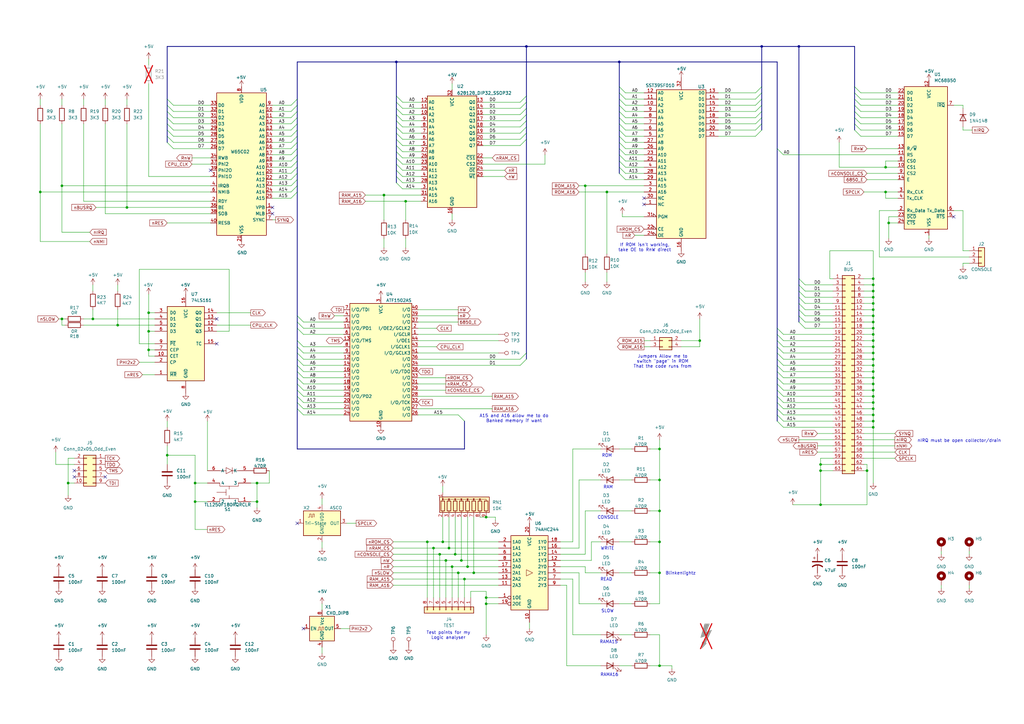
<source format=kicad_sch>
(kicad_sch (version 20250114) (generator "eeschema") (generator_version "9.0")
  (paper "A3")
  (text "Test points for my\nLogic analyser" (at 183.896 260.604 0) (effects (font (size 1.27 1.27))))
  (text "Blinkenlightz" (at 279.146 235.204 0) (effects (font (size 1.27 1.27))))
  (text "READ" (at 248.666 237.744 0) (effects (font (size 1.27 1.27))))
  (text "RAMA16\n" (at 249.936 276.86 0) (effects (font (size 1.27 1.27))))
  (text "If ROM isn't working,\ntake OE to RnW direct" (at 264.414 101.6 0) (effects (font (size 1.27 1.27))))
  (text "A15 and A16 allow me to do\nBanked memory if want" (at 210.82 171.704 0) (effects (font (size 1.27 1.27))))
  (text "RAMA15\n" (at 249.682 263.398 0) (effects (font (size 1.27 1.27))))
  (text "Jumpers Allow me to\nswitch \"page\" in ROM\nThat the code runs from" (at 271.78 148.336 0) (effects (font (size 1.27 1.27))))
  (text "WRITE\n" (at 249.174 225.044 0) (effects (font (size 1.27 1.27))))
  (text "nIRQ must be open collector/drain" (at 393.446 180.848 0) (effects (font (size 1.27 1.27))))
  (text "RAM" (at 249.428 199.898 0) (effects (font (size 1.27 1.27))))
  (text "SLOW\n" (at 249.174 250.698 0) (effects (font (size 1.27 1.27))))
  (text "ROM" (at 248.92 186.944 0) (effects (font (size 1.27 1.27))))
  (text "CONSOLE" (at 249.428 212.344 0) (effects (font (size 1.27 1.27))))
  (junction (at 48.26 133.35))
  (junction (at 25.4 130.81))
  (junction (at 270.51 273.05))
  (junction (at 157.48 80.01))
  (junction (at 189.23 229.87))
  (junction (at 190.5 237.49))
  (junction (at 363.22 78.74))
  (junction (at 181.61 222.25))
  (junction (at 254 25.4))
  (junction (at 68.58 186.69))
  (junction (at 358.14 127))
  (junction (at 60.96 135.89))
  (junction (at 270.51 209.55))
  (junction (at 52.07 85.09))
  (junction (at 358.14 132.08))
  (junction (at 358.14 137.16))
  (junction (at 287.02 139.7))
  (junction (at 60.96 143.51))
  (junction (at 177.8 224.79))
  (junction (at 358.14 116.84))
  (junction (at 199.39 245.11))
  (junction (at 358.14 134.62))
  (junction (at 270.51 184.15))
  (junction (at 358.14 149.86))
  (junction (at 270.51 234.95))
  (junction (at 199.39 247.65))
  (junction (at 358.14 139.7))
  (junction (at 358.14 167.64))
  (junction (at 270.51 196.85))
  (junction (at 199.39 212.09))
  (junction (at 16.51 78.74))
  (junction (at 248.92 78.74))
  (junction (at 194.31 234.95))
  (junction (at 358.14 170.18))
  (junction (at 358.14 114.3))
  (junction (at 270.51 222.25))
  (junction (at 166.37 82.55))
  (junction (at 80.01 198.12))
  (junction (at 358.14 129.54))
  (junction (at 358.14 142.24))
  (junction (at 187.96 234.95))
  (junction (at 358.14 144.78))
  (junction (at 355.6 193.04))
  (junction (at 358.14 162.56))
  (junction (at 105.41 198.12))
  (junction (at 240.03 76.2))
  (junction (at 363.22 68.58))
  (junction (at 358.14 175.26))
  (junction (at 105.41 205.74))
  (junction (at 27.94 198.12))
  (junction (at 358.14 152.4))
  (junction (at 186.69 227.33))
  (junction (at 38.1 130.81))
  (junction (at 358.14 119.38))
  (junction (at 180.34 227.33))
  (junction (at 358.14 172.72))
  (junction (at 191.77 232.41))
  (junction (at 175.26 222.25))
  (junction (at 358.14 124.46))
  (junction (at 358.14 154.94))
  (junction (at 215.9 19.05))
  (junction (at 25.4 76.2))
  (junction (at 80.01 205.74))
  (junction (at 162.56 25.4))
  (junction (at 336.55 207.01))
  (junction (at 312.42 19.05))
  (junction (at 364.49 91.44))
  (junction (at 358.14 121.92))
  (junction (at 358.14 147.32))
  (junction (at 358.14 157.48))
  (junction (at 182.88 229.87))
  (junction (at 184.15 224.79))
  (junction (at 336.55 190.5))
  (junction (at 336.55 193.04))
  (junction (at 185.42 232.41))
  (junction (at 358.14 165.1))
  (junction (at 327.66 19.05))
  (junction (at 60.96 128.27))
  (junction (at 358.14 160.02))
  (no_connect (at 86.36 69.85))
  (no_connect (at 121.92 214.63))
  (no_connect (at 264.16 81.28))
  (no_connect (at 111.76 85.09))
  (no_connect (at 30.48 195.58))
  (no_connect (at 264.16 83.82))
  (no_connect (at 391.16 88.9))
  (no_connect (at 124.46 257.81))
  (no_connect (at 88.9 130.81))
  (no_connect (at 30.48 193.04))
  (no_connect (at 88.9 140.97))
  (no_connect (at 111.76 87.63))
  (no_connect (at 43.18 195.58))
  (bus_entry (at 330.2 134.62) (size -2.54 -2.54))
  (bus_entry (at 119.38 66.04) (size 2.54 -2.54))
  (bus_entry (at 321.31 170.18) (size -2.54 -2.54))
  (bus_entry (at 256.54 40.64) (size -2.54 -2.54))
  (bus_entry (at 119.38 71.12) (size 2.54 -2.54))
  (bus_entry (at 124.46 154.94) (size -2.54 -2.54))
  (bus_entry (at 119.38 63.5) (size 2.54 -2.54))
  (bus_entry (at 165.1 77.47) (size -2.54 -2.54))
  (bus_entry (at 165.1 69.85) (size -2.54 -2.54))
  (bus_entry (at 256.54 43.18) (size -2.54 -2.54))
  (bus_entry (at 119.38 55.88) (size 2.54 -2.54))
  (bus_entry (at 353.06 43.18) (size -2.54 -2.54))
  (bus_entry (at 124.46 157.48) (size -2.54 -2.54))
  (bus_entry (at 321.31 63.5) (size -2.54 -2.54))
  (bus_entry (at 165.1 74.93) (size -2.54 -2.54))
  (bus_entry (at 124.46 170.18) (size -2.54 -2.54))
  (bus_entry (at 71.12 48.26) (size -2.54 -2.54))
  (bus_entry (at 321.31 165.1) (size -2.54 -2.54))
  (bus_entry (at 309.88 55.88) (size 2.54 -2.54))
  (bus_entry (at 71.12 50.8) (size -2.54 -2.54))
  (bus_entry (at 71.12 60.96) (size -2.54 -2.54))
  (bus_entry (at 119.38 81.28) (size 2.54 -2.54))
  (bus_entry (at 353.06 50.8) (size -2.54 -2.54))
  (bus_entry (at 256.54 60.96) (size -2.54 -2.54))
  (bus_entry (at 256.54 50.8) (size -2.54 -2.54))
  (bus_entry (at 321.31 157.48) (size -2.54 -2.54))
  (bus_entry (at 165.1 49.53) (size -2.54 -2.54))
  (bus_entry (at 330.2 124.46) (size -2.54 -2.54))
  (bus_entry (at 321.31 154.94) (size -2.54 -2.54))
  (bus_entry (at 321.31 172.72) (size -2.54 -2.54))
  (bus_entry (at 213.36 49.53) (size 2.54 -2.54))
  (bus_entry (at 330.2 121.92) (size -2.54 -2.54))
  (bus_entry (at 124.46 165.1) (size -2.54 -2.54))
  (bus_entry (at 321.31 175.26) (size -2.54 -2.54))
  (bus_entry (at 165.1 44.45) (size -2.54 -2.54))
  (bus_entry (at 309.88 48.26) (size 2.54 -2.54))
  (bus_entry (at 71.12 58.42) (size -2.54 -2.54))
  (bus_entry (at 124.46 160.02) (size -2.54 -2.54))
  (bus_entry (at 330.2 116.84) (size -2.54 -2.54))
  (bus_entry (at 119.38 53.34) (size 2.54 -2.54))
  (bus_entry (at 256.54 68.58) (size -2.54 -2.54))
  (bus_entry (at 213.36 57.15) (size 2.54 -2.54))
  (bus_entry (at 213.36 149.86) (size 2.54 -2.54))
  (bus_entry (at 256.54 66.04) (size -2.54 -2.54))
  (bus_entry (at 321.31 147.32) (size -2.54 -2.54))
  (bus_entry (at 321.31 137.16) (size -2.54 -2.54))
  (bus_entry (at 309.88 45.72) (size 2.54 -2.54))
  (bus_entry (at 309.88 38.1) (size 2.54 -2.54))
  (bus_entry (at 165.1 62.23) (size -2.54 -2.54))
  (bus_entry (at 321.31 167.64) (size -2.54 -2.54))
  (bus_entry (at 256.54 38.1) (size -2.54 -2.54))
  (bus_entry (at 321.31 139.7) (size -2.54 -2.54))
  (bus_entry (at 330.2 132.08) (size -2.54 -2.54))
  (bus_entry (at 353.06 53.34) (size -2.54 -2.54))
  (bus_entry (at 71.12 45.72) (size -2.54 -2.54))
  (bus_entry (at 321.31 160.02) (size -2.54 -2.54))
  (bus_entry (at 124.46 142.24) (size -2.54 -2.54))
  (bus_entry (at 187.96 170.18) (size 2.54 2.54))
  (bus_entry (at 213.36 147.32) (size 2.54 -2.54))
  (bus_entry (at 71.12 43.18) (size -2.54 -2.54))
  (bus_entry (at 119.38 48.26) (size 2.54 -2.54))
  (bus_entry (at 330.2 119.38) (size -2.54 -2.54))
  (bus_entry (at 124.46 147.32) (size -2.54 -2.54))
  (bus_entry (at 256.54 53.34) (size -2.54 -2.54))
  (bus_entry (at 119.38 43.18) (size 2.54 -2.54))
  (bus_entry (at 256.54 71.12) (size -2.54 -2.54))
  (bus_entry (at 165.1 52.07) (size -2.54 -2.54))
  (bus_entry (at 213.36 46.99) (size 2.54 -2.54))
  (bus_entry (at 309.88 43.18) (size 2.54 -2.54))
  (bus_entry (at 124.46 162.56) (size -2.54 -2.54))
  (bus_entry (at 165.1 72.39) (size -2.54 -2.54))
  (bus_entry (at 124.46 144.78) (size -2.54 -2.54))
  (bus_entry (at 256.54 73.66) (size -2.54 -2.54))
  (bus_entry (at 213.36 54.61) (size 2.54 -2.54))
  (bus_entry (at 321.31 149.86) (size -2.54 -2.54))
  (bus_entry (at 330.2 129.54) (size -2.54 -2.54))
  (bus_entry (at 119.38 68.58) (size 2.54 -2.54))
  (bus_entry (at 71.12 55.88) (size -2.54 -2.54))
  (bus_entry (at 165.1 59.69) (size -2.54 -2.54))
  (bus_entry (at 213.36 59.69) (size 2.54 -2.54))
  (bus_entry (at 165.1 67.31) (size -2.54 -2.54))
  (bus_entry (at 321.31 142.24) (size -2.54 -2.54))
  (bus_entry (at 213.36 41.91) (size 2.54 -2.54))
  (bus_entry (at 124.46 134.62) (size -2.54 -2.54))
  (bus_entry (at 256.54 63.5) (size -2.54 -2.54))
  (bus_entry (at 119.38 45.72) (size 2.54 -2.54))
  (bus_entry (at 213.36 44.45) (size 2.54 -2.54))
  (bus_entry (at 256.54 45.72) (size -2.54 -2.54))
  (bus_entry (at 353.06 48.26) (size -2.54 -2.54))
  (bus_entry (at 309.88 40.64) (size 2.54 -2.54))
  (bus_entry (at 165.1 57.15) (size -2.54 -2.54))
  (bus_entry (at 256.54 55.88) (size -2.54 -2.54))
  (bus_entry (at 330.2 127) (size -2.54 -2.54))
  (bus_entry (at 321.31 144.78) (size -2.54 -2.54))
  (bus_entry (at 309.88 53.34) (size 2.54 -2.54))
  (bus_entry (at 353.06 38.1) (size -2.54 -2.54))
  (bus_entry (at 119.38 76.2) (size 2.54 -2.54))
  (bus_entry (at 353.06 45.72) (size -2.54 -2.54))
  (bus_entry (at 256.54 48.26) (size -2.54 -2.54))
  (bus_entry (at 119.38 58.42) (size 2.54 -2.54))
  (bus_entry (at 309.88 50.8) (size 2.54 -2.54))
  (bus_entry (at 124.46 149.86) (size -2.54 -2.54))
  (bus_entry (at 256.54 58.42) (size -2.54 -2.54))
  (bus_entry (at 165.1 54.61) (size -2.54 -2.54))
  (bus_entry (at 119.38 73.66) (size 2.54 -2.54))
  (bus_entry (at 353.06 55.88) (size -2.54 -2.54))
  (bus_entry (at 71.12 53.34) (size -2.54 -2.54))
  (bus_entry (at 353.06 40.64) (size -2.54 -2.54))
  (bus_entry (at 124.46 137.16) (size -2.54 -2.54))
  (bus_entry (at 213.36 52.07) (size 2.54 -2.54))
  (bus_entry (at 119.38 60.96) (size 2.54 -2.54))
  (bus_entry (at 165.1 41.91) (size -2.54 -2.54))
  (bus_entry (at 119.38 78.74) (size 2.54 -2.54))
  (bus_entry (at 165.1 46.99) (size -2.54 -2.54))
  (bus_entry (at 124.46 152.4) (size -2.54 -2.54))
  (bus_entry (at 165.1 64.77) (size -2.54 -2.54))
  (bus_entry (at 119.38 50.8) (size 2.54 -2.54))
  (bus_entry (at 321.31 162.56) (size -2.54 -2.54))
  (bus_entry (at 124.46 167.64) (size -2.54 -2.54))
  (bus_entry (at 321.31 152.4) (size -2.54 -2.54))
  (bus_entry (at 124.46 132.08) (size -2.54 -2.54))
  (bus (pts (xy 312.42 38.1) (xy 312.42 40.64)))
  (wire (pts (xy 354.33 154.94) (xy 358.14 154.94)))
  (wire (pts (xy 60.96 146.05) (xy 60.96 143.51)))
  (bus (pts (xy 162.56 46.99) (xy 162.56 49.53)))
  (wire (pts (xy 172.72 67.31) (xy 165.1 67.31)))
  (wire (pts (xy 93.98 135.89) (xy 93.98 110.49)))
  (wire (pts (xy 364.49 88.9) (xy 368.3 88.9)))
  (wire (pts (xy 264.16 48.26) (xy 256.54 48.26)))
  (wire (pts (xy 279.4 139.7) (xy 287.02 139.7)))
  (bus (pts (xy 350.52 40.64) (xy 350.52 38.1)))
  (wire (pts (xy 358.14 170.18) (xy 358.14 167.64)))
  (wire (pts (xy 321.31 162.56) (xy 341.63 162.56)))
  (wire (pts (xy 363.22 78.74) (xy 368.3 78.74)))
  (wire (pts (xy 198.12 72.39) (xy 207.01 72.39)))
  (wire (pts (xy 266.7 209.55) (xy 270.51 209.55)))
  (wire (pts (xy 149.86 82.55) (xy 166.37 82.55)))
  (wire (pts (xy 229.87 224.79) (xy 237.49 224.79)))
  (wire (pts (xy 254 273.05) (xy 259.08 273.05)))
  (wire (pts (xy 368.3 86.36) (xy 360.68 86.36)))
  (wire (pts (xy 264.16 142.24) (xy 266.7 142.24)))
  (wire (pts (xy 25.4 50.8) (xy 25.4 76.2)))
  (bus (pts (xy 254 25.4) (xy 254 35.56)))
  (wire (pts (xy 166.37 82.55) (xy 166.37 90.17)))
  (wire (pts (xy 358.14 165.1) (xy 358.14 162.56)))
  (wire (pts (xy 223.52 67.31) (xy 223.52 63.5)))
  (wire (pts (xy 157.48 101.6) (xy 157.48 97.79)))
  (wire (pts (xy 264.16 38.1) (xy 256.54 38.1)))
  (wire (pts (xy 294.64 40.64) (xy 309.88 40.64)))
  (wire (pts (xy 354.33 121.92) (xy 358.14 121.92)))
  (wire (pts (xy 266.7 247.65) (xy 270.51 247.65)))
  (wire (pts (xy 34.29 50.8) (xy 34.29 82.55)))
  (wire (pts (xy 363.22 66.04) (xy 363.22 68.58)))
  (wire (pts (xy 237.49 234.95) (xy 237.49 247.65)))
  (wire (pts (xy 336.55 193.04) (xy 341.63 193.04)))
  (wire (pts (xy 172.72 64.77) (xy 165.1 64.77)))
  (wire (pts (xy 270.51 273.05) (xy 266.7 273.05)))
  (wire (pts (xy 240.03 227.33) (xy 240.03 209.55)))
  (wire (pts (xy 355.6 190.5) (xy 355.6 193.04)))
  (wire (pts (xy 341.63 187.96) (xy 336.55 187.96)))
  (wire (pts (xy 354.33 152.4) (xy 358.14 152.4)))
  (wire (pts (xy 139.7 257.81) (xy 143.51 257.81)))
  (wire (pts (xy 354.33 116.84) (xy 358.14 116.84)))
  (bus (pts (xy 162.56 25.4) (xy 162.56 39.37)))
  (bus (pts (xy 162.56 25.4) (xy 254 25.4)))
  (wire (pts (xy 171.45 149.86) (xy 213.36 149.86)))
  (wire (pts (xy 264.16 73.66) (xy 256.54 73.66)))
  (wire (pts (xy 27.94 198.12) (xy 27.94 187.96)))
  (wire (pts (xy 111.76 63.5) (xy 119.38 63.5)))
  (bus (pts (xy 162.56 44.45) (xy 162.56 46.99)))
  (wire (pts (xy 194.31 212.09) (xy 194.31 234.95)))
  (wire (pts (xy 172.72 77.47) (xy 165.1 77.47)))
  (bus (pts (xy 162.56 69.85) (xy 162.56 72.39)))
  (wire (pts (xy 270.51 196.85) (xy 270.51 209.55)))
  (bus (pts (xy 162.56 62.23) (xy 162.56 64.77)))
  (wire (pts (xy 234.95 222.25) (xy 234.95 184.15)))
  (wire (pts (xy 363.22 68.58) (xy 344.17 68.58)))
  (wire (pts (xy 229.87 234.95) (xy 237.49 234.95)))
  (bus (pts (xy 327.66 121.92) (xy 327.66 124.46)))
  (wire (pts (xy 336.55 207.01) (xy 325.12 207.01)))
  (bus (pts (xy 215.9 39.37) (xy 215.9 41.91)))
  (wire (pts (xy 113.03 90.17) (xy 111.76 90.17)))
  (wire (pts (xy 48.26 127) (xy 48.26 133.35)))
  (bus (pts (xy 68.58 45.72) (xy 68.58 48.26)))
  (bus (pts (xy 215.9 144.78) (xy 215.9 147.32)))
  (wire (pts (xy 22.86 190.5) (xy 22.86 185.42)))
  (wire (pts (xy 391.16 43.18) (xy 394.97 43.18)))
  (wire (pts (xy 358.14 132.08) (xy 358.14 134.62)))
  (wire (pts (xy 240.03 209.55) (xy 246.38 209.55)))
  (wire (pts (xy 36.83 99.06) (xy 16.51 99.06)))
  (wire (pts (xy 358.14 149.86) (xy 358.14 152.4)))
  (wire (pts (xy 111.76 81.28) (xy 119.38 81.28)))
  (wire (pts (xy 30.48 198.12) (xy 27.94 198.12)))
  (wire (pts (xy 198.12 59.69) (xy 213.36 59.69)))
  (wire (pts (xy 234.95 260.35) (xy 246.38 260.35)))
  (bus (pts (xy 254 35.56) (xy 254 38.1)))
  (wire (pts (xy 287.02 139.7) (xy 287.02 130.81)))
  (wire (pts (xy 368.3 53.34) (xy 353.06 53.34)))
  (wire (pts (xy 264.16 50.8) (xy 256.54 50.8)))
  (wire (pts (xy 354.33 119.38) (xy 358.14 119.38)))
  (bus (pts (xy 350.52 43.18) (xy 350.52 40.64)))
  (wire (pts (xy 124.46 142.24) (xy 140.97 142.24)))
  (bus (pts (xy 312.42 48.26) (xy 312.42 50.8)))
  (wire (pts (xy 177.8 224.79) (xy 177.8 245.11)))
  (bus (pts (xy 327.66 19.05) (xy 312.42 19.05)))
  (wire (pts (xy 199.39 245.11) (xy 204.47 245.11)))
  (wire (pts (xy 394.97 102.87) (xy 397.51 102.87)))
  (bus (pts (xy 121.92 152.4) (xy 121.92 154.94)))
  (wire (pts (xy 198.12 69.85) (xy 207.01 69.85)))
  (wire (pts (xy 358.14 121.92) (xy 358.14 124.46)))
  (bus (pts (xy 327.66 119.38) (xy 327.66 121.92)))
  (wire (pts (xy 364.49 97.79) (xy 364.49 91.44)))
  (wire (pts (xy 157.48 80.01) (xy 157.48 90.17)))
  (wire (pts (xy 124.46 157.48) (xy 140.97 157.48)))
  (wire (pts (xy 171.45 127) (xy 187.96 127)))
  (wire (pts (xy 294.64 48.26) (xy 309.88 48.26)))
  (wire (pts (xy 111.76 73.66) (xy 119.38 73.66)))
  (wire (pts (xy 354.33 147.32) (xy 358.14 147.32)))
  (wire (pts (xy 111.76 43.18) (xy 119.38 43.18)))
  (wire (pts (xy 354.33 187.96) (xy 367.03 187.96)))
  (bus (pts (xy 162.56 67.31) (xy 162.56 69.85)))
  (bus (pts (xy 190.5 184.15) (xy 121.92 184.15)))
  (bus (pts (xy 327.66 124.46) (xy 327.66 127)))
  (wire (pts (xy 16.51 50.8) (xy 16.51 78.74)))
  (wire (pts (xy 270.51 260.35) (xy 270.51 273.05)))
  (bus (pts (xy 121.92 53.34) (xy 121.92 50.8)))
  (bus (pts (xy 121.92 50.8) (xy 121.92 48.26)))
  (wire (pts (xy 270.51 222.25) (xy 270.51 234.95)))
  (wire (pts (xy 52.07 50.8) (xy 52.07 85.09)))
  (bus (pts (xy 254 25.4) (xy 318.77 25.4)))
  (wire (pts (xy 111.76 68.58) (xy 119.38 68.58)))
  (wire (pts (xy 335.28 185.42) (xy 341.63 185.42)))
  (wire (pts (xy 354.33 142.24) (xy 358.14 142.24)))
  (wire (pts (xy 68.58 91.44) (xy 86.36 91.44)))
  (wire (pts (xy 86.36 55.88) (xy 71.12 55.88)))
  (wire (pts (xy 63.5 135.89) (xy 60.96 135.89)))
  (wire (pts (xy 354.33 185.42) (xy 367.03 185.42)))
  (bus (pts (xy 350.52 45.72) (xy 350.52 43.18)))
  (wire (pts (xy 367.03 177.8) (xy 354.33 177.8)))
  (wire (pts (xy 279.4 142.24) (xy 287.02 142.24)))
  (wire (pts (xy 358.14 157.48) (xy 358.14 160.02)))
  (wire (pts (xy 358.14 134.62) (xy 358.14 137.16)))
  (wire (pts (xy 111.76 71.12) (xy 119.38 71.12)))
  (bus (pts (xy 121.92 66.04) (xy 121.92 63.5)))
  (wire (pts (xy 358.14 114.3) (xy 358.14 116.84)))
  (wire (pts (xy 111.76 78.74) (xy 119.38 78.74)))
  (wire (pts (xy 199.39 247.65) (xy 204.47 247.65)))
  (bus (pts (xy 162.56 64.77) (xy 162.56 67.31)))
  (wire (pts (xy 367.03 182.88) (xy 354.33 182.88)))
  (wire (pts (xy 330.2 132.08) (xy 341.63 132.08)))
  (wire (pts (xy 198.12 44.45) (xy 213.36 44.45)))
  (wire (pts (xy 198.12 64.77) (xy 201.93 64.77)))
  (wire (pts (xy 358.14 144.78) (xy 358.14 147.32)))
  (wire (pts (xy 358.14 129.54) (xy 358.14 132.08)))
  (wire (pts (xy 124.46 167.64) (xy 140.97 167.64)))
  (wire (pts (xy 105.41 205.74) (xy 105.41 198.12)))
  (wire (pts (xy 294.64 43.18) (xy 309.88 43.18)))
  (wire (pts (xy 171.45 167.64) (xy 201.93 167.64)))
  (wire (pts (xy 354.33 132.08) (xy 358.14 132.08)))
  (bus (pts (xy 121.92 154.94) (xy 121.92 157.48)))
  (bus (pts (xy 318.77 162.56) (xy 318.77 165.1)))
  (wire (pts (xy 255.27 88.9) (xy 255.27 87.63)))
  (wire (pts (xy 198.12 67.31) (xy 223.52 67.31)))
  (wire (pts (xy 25.4 133.35) (xy 25.4 130.81)))
  (wire (pts (xy 172.72 49.53) (xy 165.1 49.53)))
  (bus (pts (xy 312.42 50.8) (xy 312.42 53.34)))
  (wire (pts (xy 321.31 157.48) (xy 341.63 157.48)))
  (wire (pts (xy 358.14 127) (xy 358.14 129.54)))
  (wire (pts (xy 229.87 232.41) (xy 240.03 232.41)))
  (wire (pts (xy 254 184.15) (xy 259.08 184.15)))
  (wire (pts (xy 161.29 229.87) (xy 182.88 229.87)))
  (wire (pts (xy 52.07 85.09) (xy 86.36 85.09)))
  (wire (pts (xy 330.2 127) (xy 341.63 127)))
  (wire (pts (xy 179.07 134.62) (xy 171.45 134.62)))
  (wire (pts (xy 397.51 240.03) (xy 397.51 241.3)))
  (wire (pts (xy 368.3 43.18) (xy 353.06 43.18)))
  (bus (pts (xy 190.5 172.72) (xy 190.5 184.15)))
  (wire (pts (xy 270.51 234.95) (xy 270.51 247.65)))
  (wire (pts (xy 358.14 167.64) (xy 358.14 165.1)))
  (bus (pts (xy 254 43.18) (xy 254 45.72)))
  (wire (pts (xy 229.87 227.33) (xy 240.03 227.33)))
  (wire (pts (xy 397.51 226.06) (xy 397.51 227.33)))
  (wire (pts (xy 217.17 255.27) (xy 217.17 257.81)))
  (bus (pts (xy 121.92 76.2) (xy 121.92 73.66)))
  (wire (pts (xy 368.3 38.1) (xy 353.06 38.1)))
  (wire (pts (xy 354.33 78.74) (xy 363.22 78.74)))
  (wire (pts (xy 358.14 175.26) (xy 358.14 198.12)))
  (bus (pts (xy 215.9 19.05) (xy 68.58 19.05)))
  (bus (pts (xy 318.77 149.86) (xy 318.77 152.4)))
  (wire (pts (xy 394.97 43.18) (xy 394.97 44.45)))
  (bus (pts (xy 318.77 144.78) (xy 318.77 147.32)))
  (wire (pts (xy 358.14 162.56) (xy 358.14 160.02)))
  (wire (pts (xy 124.46 170.18) (xy 140.97 170.18)))
  (wire (pts (xy 354.33 124.46) (xy 358.14 124.46)))
  (wire (pts (xy 25.4 76.2) (xy 86.36 76.2)))
  (bus (pts (xy 121.92 71.12) (xy 121.92 68.58)))
  (wire (pts (xy 161.29 224.79) (xy 177.8 224.79)))
  (wire (pts (xy 355.6 60.96) (xy 368.3 60.96)))
  (bus (pts (xy 121.92 134.62) (xy 121.92 139.7)))
  (wire (pts (xy 330.2 116.84) (xy 341.63 116.84)))
  (wire (pts (xy 111.76 60.96) (xy 119.38 60.96)))
  (wire (pts (xy 381 96.52) (xy 381 97.79)))
  (bus (pts (xy 121.92 184.15) (xy 121.92 167.64)))
  (wire (pts (xy 330.2 119.38) (xy 341.63 119.38)))
  (wire (pts (xy 321.31 170.18) (xy 341.63 170.18)))
  (wire (pts (xy 386.08 226.06) (xy 386.08 227.33)))
  (wire (pts (xy 175.26 222.25) (xy 175.26 245.11)))
  (wire (pts (xy 80.01 217.17) (xy 85.09 217.17)))
  (wire (pts (xy 229.87 237.49) (xy 234.95 237.49)))
  (bus (pts (xy 121.92 58.42) (xy 121.92 55.88)))
  (wire (pts (xy 321.31 149.86) (xy 341.63 149.86)))
  (wire (pts (xy 187.96 234.95) (xy 194.31 234.95)))
  (bus (pts (xy 254 55.88) (xy 254 58.42)))
  (wire (pts (xy 364.49 91.44) (xy 364.49 88.9)))
  (bus (pts (xy 215.9 54.61) (xy 215.9 57.15)))
  (wire (pts (xy 110.49 198.12) (xy 105.41 198.12)))
  (wire (pts (xy 172.72 52.07) (xy 165.1 52.07)))
  (wire (pts (xy 270.51 184.15) (xy 270.51 196.85)))
  (bus (pts (xy 350.52 35.56) (xy 350.52 19.05)))
  (wire (pts (xy 60.96 72.39) (xy 60.96 34.29)))
  (bus (pts (xy 215.9 44.45) (xy 215.9 46.99)))
  (wire (pts (xy 86.36 58.42) (xy 71.12 58.42)))
  (bus (pts (xy 162.56 41.91) (xy 162.56 44.45)))
  (bus (pts (xy 254 66.04) (xy 254 68.58)))
  (wire (pts (xy 368.3 48.26) (xy 353.06 48.26)))
  (wire (pts (xy 52.07 40.64) (xy 52.07 43.18)))
  (bus (pts (xy 68.58 55.88) (xy 68.58 58.42)))
  (wire (pts (xy 237.49 76.2) (xy 240.03 76.2)))
  (wire (pts (xy 368.3 50.8) (xy 353.06 50.8)))
  (wire (pts (xy 26.67 133.35) (xy 25.4 133.35)))
  (wire (pts (xy 172.72 57.15) (xy 165.1 57.15)))
  (wire (pts (xy 172.72 54.61) (xy 165.1 54.61)))
  (wire (pts (xy 198.12 52.07) (xy 213.36 52.07)))
  (wire (pts (xy 367.03 180.34) (xy 354.33 180.34)))
  (bus (pts (xy 68.58 43.18) (xy 68.58 45.72)))
  (wire (pts (xy 358.14 119.38) (xy 358.14 121.92)))
  (wire (pts (xy 124.46 165.1) (xy 140.97 165.1)))
  (wire (pts (xy 344.17 68.58) (xy 344.17 58.42)))
  (wire (pts (xy 354.33 190.5) (xy 355.6 190.5)))
  (wire (pts (xy 330.2 134.62) (xy 341.63 134.62)))
  (wire (pts (xy 190.5 237.49) (xy 190.5 245.11)))
  (wire (pts (xy 354.33 193.04) (xy 355.6 193.04)))
  (bus (pts (xy 327.66 114.3) (xy 327.66 116.84)))
  (wire (pts (xy 358.14 142.24) (xy 358.14 144.78)))
  (bus (pts (xy 318.77 165.1) (xy 318.77 167.64)))
  (wire (pts (xy 157.48 80.01) (xy 172.72 80.01)))
  (wire (pts (xy 248.92 115.57) (xy 248.92 111.76)))
  (bus (pts (xy 312.42 40.64) (xy 312.42 43.18)))
  (wire (pts (xy 330.2 124.46) (xy 341.63 124.46)))
  (bus (pts (xy 121.92 157.48) (xy 121.92 160.02)))
  (wire (pts (xy 86.36 87.63) (xy 43.18 87.63)))
  (wire (pts (xy 186.69 227.33) (xy 204.47 227.33)))
  (wire (pts (xy 86.36 50.8) (xy 71.12 50.8)))
  (bus (pts (xy 68.58 50.8) (xy 68.58 53.34)))
  (bus (pts (xy 121.92 149.86) (xy 121.92 152.4)))
  (wire (pts (xy 16.51 78.74) (xy 86.36 78.74)))
  (wire (pts (xy 355.6 71.12) (xy 368.3 71.12)))
  (wire (pts (xy 398.78 53.34) (xy 394.97 53.34)))
  (wire (pts (xy 60.96 24.13) (xy 60.96 26.67)))
  (wire (pts (xy 34.29 82.55) (xy 86.36 82.55)))
  (wire (pts (xy 358.14 114.3) (xy 354.33 114.3)))
  (bus (pts (xy 162.56 49.53) (xy 162.56 52.07)))
  (wire (pts (xy 248.92 78.74) (xy 248.92 104.14)))
  (wire (pts (xy 25.4 130.81) (xy 26.67 130.81)))
  (bus (pts (xy 121.92 160.02) (xy 121.92 162.56)))
  (bus (pts (xy 215.9 46.99) (xy 215.9 49.53)))
  (wire (pts (xy 229.87 240.03) (xy 232.41 240.03)))
  (wire (pts (xy 185.42 232.41) (xy 185.42 245.11)))
  (bus (pts (xy 254 40.64) (xy 254 43.18)))
  (wire (pts (xy 264.16 40.64) (xy 256.54 40.64)))
  (bus (pts (xy 121.92 139.7) (xy 121.92 142.24)))
  (wire (pts (xy 80.01 205.74) (xy 85.09 205.74)))
  (wire (pts (xy 355.6 193.04) (xy 355.6 207.01)))
  (wire (pts (xy 80.01 217.17) (xy 80.01 205.74)))
  (wire (pts (xy 240.03 234.95) (xy 246.38 234.95)))
  (wire (pts (xy 199.39 245.11) (xy 199.39 247.65)))
  (wire (pts (xy 368.3 45.72) (xy 353.06 45.72)))
  (wire (pts (xy 184.15 212.09) (xy 184.15 224.79)))
  (wire (pts (xy 354.33 134.62) (xy 358.14 134.62)))
  (bus (pts (xy 121.92 162.56) (xy 121.92 165.1)))
  (wire (pts (xy 336.55 193.04) (xy 336.55 207.01)))
  (wire (pts (xy 124.46 162.56) (xy 140.97 162.56)))
  (wire (pts (xy 270.51 209.55) (xy 270.51 222.25)))
  (wire (pts (xy 340.36 102.87) (xy 358.14 102.87)))
  (wire (pts (xy 358.14 102.87) (xy 358.14 114.3)))
  (wire (pts (xy 264.16 55.88) (xy 256.54 55.88)))
  (wire (pts (xy 181.61 222.25) (xy 204.47 222.25)))
  (wire (pts (xy 110.49 193.04) (xy 110.49 198.12)))
  (wire (pts (xy 264.16 63.5) (xy 256.54 63.5)))
  (wire (pts (xy 161.29 222.25) (xy 175.26 222.25)))
  (wire (pts (xy 189.23 229.87) (xy 204.47 229.87)))
  (bus (pts (xy 327.66 116.84) (xy 327.66 119.38)))
  (wire (pts (xy 204.47 139.7) (xy 171.45 139.7)))
  (wire (pts (xy 36.83 95.25) (xy 25.4 95.25)))
  (bus (pts (xy 327.66 19.05) (xy 327.66 114.3)))
  (wire (pts (xy 189.23 212.09) (xy 189.23 229.87)))
  (bus (pts (xy 350.52 53.34) (xy 350.52 50.8)))
  (wire (pts (xy 266.7 222.25) (xy 270.51 222.25)))
  (wire (pts (xy 193.04 242.57) (xy 199.39 242.57)))
  (wire (pts (xy 386.08 240.03) (xy 386.08 241.3)))
  (wire (pts (xy 354.33 165.1) (xy 358.14 165.1)))
  (wire (pts (xy 260.35 96.52) (xy 264.16 96.52)))
  (wire (pts (xy 43.18 50.8) (xy 43.18 87.63)))
  (wire (pts (xy 161.29 240.03) (xy 204.47 240.03)))
  (wire (pts (xy 237.49 78.74) (xy 248.92 78.74)))
  (wire (pts (xy 321.31 139.7) (xy 341.63 139.7)))
  (wire (pts (xy 364.49 91.44) (xy 368.3 91.44)))
  (wire (pts (xy 80.01 198.12) (xy 85.09 198.12)))
  (wire (pts (xy 264.16 66.04) (xy 256.54 66.04)))
  (wire (pts (xy 240.03 115.57) (xy 240.03 111.76)))
  (wire (pts (xy 240.03 232.41) (xy 240.03 234.95)))
  (bus (pts (xy 312.42 19.05) (xy 215.9 19.05)))
  (wire (pts (xy 16.51 40.64) (xy 16.51 43.18)))
  (wire (pts (xy 111.76 48.26) (xy 119.38 48.26)))
  (wire (pts (xy 330.2 121.92) (xy 341.63 121.92)))
  (wire (pts (xy 78.74 64.77) (xy 86.36 64.77)))
  (wire (pts (xy 254 260.35) (xy 259.08 260.35)))
  (bus (pts (xy 162.56 57.15) (xy 162.56 59.69)))
  (wire (pts (xy 336.55 187.96) (xy 336.55 190.5)))
  (bus (pts (xy 215.9 52.07) (xy 215.9 54.61)))
  (bus (pts (xy 254 60.96) (xy 254 63.5)))
  (bus (pts (xy 121.92 68.58) (xy 121.92 66.04)))
  (wire (pts (xy 254 247.65) (xy 259.08 247.65)))
  (wire (pts (xy 358.14 137.16) (xy 358.14 139.7)))
  (wire (pts (xy 80.01 186.69) (xy 80.01 198.12)))
  (wire (pts (xy 86.36 60.96) (xy 71.12 60.96)))
  (wire (pts (xy 264.16 58.42) (xy 256.54 58.42)))
  (wire (pts (xy 358.14 172.72) (xy 358.14 170.18)))
  (wire (pts (xy 335.28 182.88) (xy 341.63 182.88)))
  (wire (pts (xy 199.39 247.65) (xy 199.39 260.35)))
  (bus (pts (xy 215.9 41.91) (xy 215.9 44.45)))
  (wire (pts (xy 196.85 212.09) (xy 199.39 212.09)))
  (bus (pts (xy 312.42 45.72) (xy 312.42 48.26)))
  (wire (pts (xy 394.97 109.22) (xy 394.97 107.95)))
  (wire (pts (xy 354.33 139.7) (xy 358.14 139.7)))
  (wire (pts (xy 111.76 45.72) (xy 119.38 45.72)))
  (wire (pts (xy 237.49 196.85) (xy 246.38 196.85)))
  (wire (pts (xy 321.31 165.1) (xy 341.63 165.1)))
  (bus (pts (xy 121.92 45.72) (xy 121.92 43.18)))
  (bus (pts (xy 254 58.42) (xy 254 60.96)))
  (wire (pts (xy 111.76 76.2) (xy 119.38 76.2)))
  (wire (pts (xy 57.15 140.97) (xy 63.5 140.97)))
  (wire (pts (xy 354.33 162.56) (xy 358.14 162.56)))
  (bus (pts (xy 121.92 43.18) (xy 121.92 40.64)))
  (wire (pts (xy 105.41 198.12) (xy 102.87 198.12)))
  (wire (pts (xy 60.96 135.89) (xy 60.96 128.27)))
  (bus (pts (xy 312.42 35.56) (xy 312.42 38.1)))
  (wire (pts (xy 80.01 198.12) (xy 80.01 205.74)))
  (wire (pts (xy 161.29 234.95) (xy 187.96 234.95)))
  (wire (pts (xy 264.16 45.72) (xy 256.54 45.72)))
  (wire (pts (xy 171.45 157.48) (xy 182.88 157.48)))
  (bus (pts (xy 350.52 38.1) (xy 350.52 35.56)))
  (wire (pts (xy 111.76 66.04) (xy 119.38 66.04)))
  (wire (pts (xy 185.42 87.63) (xy 185.42 90.17)))
  (wire (pts (xy 330.2 129.54) (xy 341.63 129.54)))
  (wire (pts (xy 198.12 41.91) (xy 213.36 41.91)))
  (wire (pts (xy 111.76 50.8) (xy 119.38 50.8)))
  (bus (pts (xy 68.58 53.34) (xy 68.58 55.88)))
  (wire (pts (xy 321.31 160.02) (xy 341.63 160.02)))
  (wire (pts (xy 203.2 212.09) (xy 203.2 213.36)))
  (bus (pts (xy 121.92 78.74) (xy 121.92 129.54)))
  (wire (pts (xy 391.16 86.36) (xy 394.97 86.36)))
  (wire (pts (xy 229.87 229.87) (xy 242.57 229.87)))
  (wire (pts (xy 102.87 133.35) (xy 88.9 133.35)))
  (wire (pts (xy 124.46 132.08) (xy 140.97 132.08)))
  (bus (pts (xy 68.58 48.26) (xy 68.58 50.8)))
  (bus (pts (xy 350.52 50.8) (xy 350.52 48.26)))
  (wire (pts (xy 275.59 273.05) (xy 275.59 274.32)))
  (wire (pts (xy 358.14 147.32) (xy 358.14 149.86)))
  (bus (pts (xy 121.92 132.08) (xy 121.92 134.62)))
  (bus (pts (xy 215.9 57.15) (xy 215.9 144.78)))
  (wire (pts (xy 264.16 71.12) (xy 256.54 71.12)))
  (wire (pts (xy 102.87 128.27) (xy 88.9 128.27)))
  (wire (pts (xy 132.08 222.25) (xy 132.08 224.79)))
  (wire (pts (xy 229.87 222.25) (xy 234.95 222.25)))
  (wire (pts (xy 360.68 86.36) (xy 360.68 105.41)))
  (wire (pts (xy 161.29 227.33) (xy 180.34 227.33)))
  (wire (pts (xy 358.14 154.94) (xy 358.14 157.48)))
  (wire (pts (xy 358.14 175.26) (xy 358.14 172.72)))
  (bus (pts (xy 121.92 147.32) (xy 121.92 149.86)))
  (wire (pts (xy 321.31 154.94) (xy 341.63 154.94)))
  (wire (pts (xy 240.03 76.2) (xy 264.16 76.2)))
  (bus (pts (xy 121.92 129.54) (xy 121.92 132.08)))
  (wire (pts (xy 132.08 247.65) (xy 132.08 250.19)))
  (wire (pts (xy 204.47 137.16) (xy 171.45 137.16)))
  (wire (pts (xy 186.69 212.09) (xy 186.69 227.33)))
  (bus (pts (xy 327.66 129.54) (xy 327.66 132.08)))
  (wire (pts (xy 190.5 237.49) (xy 204.47 237.49)))
  (wire (pts (xy 39.37 85.09) (xy 52.07 85.09)))
  (wire (pts (xy 68.58 186.69) (xy 68.58 190.5)))
  (wire (pts (xy 394.97 86.36) (xy 394.97 102.87)))
  (wire (pts (xy 111.76 55.88) (xy 119.38 55.88)))
  (wire (pts (xy 172.72 62.23) (xy 165.1 62.23)))
  (wire (pts (xy 185.42 232.41) (xy 191.77 232.41)))
  (wire (pts (xy 85.09 172.72) (xy 85.09 193.04)))
  (bus (pts (xy 318.77 157.48) (xy 318.77 160.02)))
  (wire (pts (xy 57.15 110.49) (xy 57.15 140.97)))
  (wire (pts (xy 172.72 74.93) (xy 165.1 74.93)))
  (wire (pts (xy 355.6 207.01) (xy 336.55 207.01)))
  (wire (pts (xy 172.72 72.39) (xy 165.1 72.39)))
  (bus (pts (xy 254 68.58) (xy 254 71.12)))
  (wire (pts (xy 24.13 130.81) (xy 25.4 130.81)))
  (wire (pts (xy 166.37 101.6) (xy 166.37 97.79)))
  (wire (pts (xy 34.29 130.81) (xy 38.1 130.81)))
  (wire (pts (xy 172.72 59.69) (xy 165.1 59.69)))
  (wire (pts (xy 191.77 212.09) (xy 191.77 232.41)))
  (bus (pts (xy 121.92 144.78) (xy 121.92 147.32)))
  (wire (pts (xy 294.64 45.72) (xy 309.88 45.72)))
  (wire (pts (xy 254 234.95) (xy 259.08 234.95)))
  (wire (pts (xy 341.63 114.3) (xy 340.36 114.3)))
  (wire (pts (xy 358.14 152.4) (xy 358.14 154.94)))
  (wire (pts (xy 111.76 58.42) (xy 119.38 58.42)))
  (wire (pts (xy 354.33 175.26) (xy 358.14 175.26)))
  (wire (pts (xy 321.31 172.72) (xy 341.63 172.72)))
  (wire (pts (xy 394.97 53.34) (xy 394.97 52.07)))
  (wire (pts (xy 60.96 143.51) (xy 63.5 143.51)))
  (wire (pts (xy 185.42 34.29) (xy 185.42 36.83)))
  (bus (pts (xy 254 63.5) (xy 254 66.04)))
  (wire (pts (xy 198.12 57.15) (xy 213.36 57.15)))
  (wire (pts (xy 25.4 40.64) (xy 25.4 43.18)))
  (wire (pts (xy 354.33 137.16) (xy 358.14 137.16)))
  (bus (pts (xy 121.92 48.26) (xy 121.92 45.72)))
  (wire (pts (xy 93.98 110.49) (xy 57.15 110.49)))
  (bus (pts (xy 327.66 127) (xy 327.66 129.54)))
  (wire (pts (xy 204.47 144.78) (xy 171.45 144.78)))
  (bus (pts (xy 254 48.26) (xy 254 50.8)))
  (bus (pts (xy 254 50.8) (xy 254 53.34)))
  (wire (pts (xy 88.9 135.89) (xy 93.98 135.89)))
  (wire (pts (xy 264.16 68.58) (xy 256.54 68.58)))
  (wire (pts (xy 321.31 152.4) (xy 341.63 152.4)))
  (wire (pts (xy 171.45 170.18) (xy 187.96 170.18)))
  (wire (pts (xy 368.3 66.04) (xy 363.22 66.04)))
  (bus (pts (xy 162.56 59.69) (xy 162.56 62.23)))
  (bus (pts (xy 318.77 170.18) (xy 318.77 172.72)))
  (wire (pts (xy 264.16 60.96) (xy 256.54 60.96)))
  (bus (pts (xy 318.77 160.02) (xy 318.77 162.56)))
  (wire (pts (xy 354.33 170.18) (xy 358.14 170.18)))
  (wire (pts (xy 111.76 53.34) (xy 119.38 53.34)))
  (wire (pts (xy 266.7 234.95) (xy 270.51 234.95)))
  (bus (pts (xy 254 53.34) (xy 254 55.88)))
  (wire (pts (xy 199.39 242.57) (xy 199.39 245.11)))
  (bus (pts (xy 254 38.1) (xy 254 40.64)))
  (wire (pts (xy 16.51 78.74) (xy 16.51 99.06)))
  (bus (pts (xy 318.77 152.4) (xy 318.77 154.94)))
  (wire (pts (xy 394.97 107.95) (xy 397.51 107.95)))
  (bus (pts (xy 121.92 55.88) (xy 121.92 53.34)))
  (wire (pts (xy 266.7 184.15) (xy 270.51 184.15)))
  (wire (pts (xy 124.46 134.62) (xy 140.97 134.62)))
  (bus (pts (xy 162.56 54.61) (xy 162.56 57.15)))
  (wire (pts (xy 172.72 44.45) (xy 165.1 44.45)))
  (wire (pts (xy 368.3 40.64) (xy 353.06 40.64)))
  (wire (pts (xy 68.58 182.88) (xy 68.58 186.69)))
  (wire (pts (xy 194.31 234.95) (xy 204.47 234.95)))
  (wire (pts (xy 171.45 154.94) (xy 182.88 154.94)))
  (wire (pts (xy 161.29 232.41) (xy 185.42 232.41)))
  (wire (pts (xy 270.51 273.05) (xy 275.59 273.05)))
  (bus (pts (xy 318.77 167.64) (xy 318.77 170.18)))
  (wire (pts (xy 321.31 175.26) (xy 341.63 175.26)))
  (wire (pts (xy 264.16 53.34) (xy 256.54 53.34)))
  (bus (pts (xy 318.77 142.24) (xy 318.77 144.78)))
  (bus (pts (xy 318.77 154.94) (xy 318.77 157.48)))
  (wire (pts (xy 171.45 129.54) (xy 187.96 129.54)))
  (wire (pts (xy 294.64 38.1) (xy 309.88 38.1)))
  (wire (pts (xy 172.72 69.85) (xy 165.1 69.85)))
  (wire (pts (xy 48.26 133.35) (xy 63.5 133.35)))
  (wire (pts (xy 237.49 224.79) (xy 237.49 196.85)))
  (wire (pts (xy 38.1 116.84) (xy 38.1 119.38)))
  (wire (pts (xy 179.07 142.24) (xy 171.45 142.24)))
  (wire (pts (xy 161.29 237.49) (xy 190.5 237.49)))
  (bus (pts (xy 162.56 72.39) (xy 162.56 74.93)))
  (wire (pts (xy 68.58 172.72) (xy 68.58 175.26)))
  (wire (pts (xy 124.46 154.94) (xy 140.97 154.94)))
  (wire (pts (xy 171.45 132.08) (xy 187.96 132.08)))
  (bus (pts (xy 121.92 63.5) (xy 121.92 60.96)))
  (wire (pts (xy 264.16 139.7) (xy 266.7 139.7)))
  (wire (pts (xy 363.22 81.28) (xy 363.22 78.74)))
  (bus (pts (xy 318.77 147.32) (xy 318.77 149.86)))
  (wire (pts (xy 264.16 88.9) (xy 255.27 88.9)))
  (bus (pts (xy 68.58 19.05) (xy 68.58 40.64)))
  (wire (pts (xy 254 209.55) (xy 259.08 209.55)))
  (wire (pts (xy 137.16 129.54) (xy 140.97 129.54)))
  (bus (pts (xy 121.92 60.96) (xy 121.92 58.42)))
  (wire (pts (xy 105.41 208.28) (xy 105.41 205.74)))
  (wire (pts (xy 237.49 247.65) (xy 246.38 247.65)))
  (bus (pts (xy 121.92 165.1) (xy 121.92 167.64)))
  (wire (pts (xy 368.3 55.88) (xy 353.06 55.88)))
  (wire (pts (xy 321.31 63.5) (xy 368.3 63.5)))
  (wire (pts (xy 187.96 234.95) (xy 187.96 245.11)))
  (bus (pts (xy 121.92 142.24) (xy 121.92 144.78)))
  (bus (pts (xy 318.77 134.62) (xy 318.77 137.16)))
  (wire (pts (xy 177.8 224.79) (xy 184.15 224.79)))
  (wire (pts (xy 327.66 180.34) (xy 341.63 180.34)))
  (wire (pts (xy 354.33 144.78) (xy 358.14 144.78)))
  (wire (pts (xy 360.68 105.41) (xy 397.51 105.41)))
  (wire (pts (xy 30.48 190.5) (xy 22.86 190.5)))
  (bus (pts (xy 215.9 49.53) (xy 215.9 52.07)))
  (wire (pts (xy 294.64 55.88) (xy 309.88 55.88)))
  (wire (pts (xy 182.88 229.87) (xy 182.88 245.11)))
  (wire (pts (xy 182.88 229.87) (xy 189.23 229.87)))
  (wire (pts (xy 198.12 54.61) (xy 213.36 54.61)))
  (wire (pts (xy 180.34 227.33) (xy 180.34 245.11)))
  (wire (pts (xy 354.33 172.72) (xy 358.14 172.72)))
  (wire (pts (xy 63.5 146.05) (xy 60.96 146.05)))
  (bus (pts (xy 312.42 43.18) (xy 312.42 45.72)))
  (bus (pts (xy 312.42 19.05) (xy 312.42 35.56)))
  (wire (pts (xy 58.42 153.67) (xy 63.5 153.67)))
  (wire (pts (xy 38.1 130.81) (xy 63.5 130.81)))
  (wire (pts (xy 198.12 46.99) (xy 213.36 46.99)))
  (wire (pts (xy 234.95 184.15) (xy 246.38 184.15)))
  (wire (pts (xy 340.36 114.3) (xy 340.36 102.87)))
  (wire (pts (xy 124.46 137.16) (xy 140.97 137.16)))
  (wire (pts (xy 86.36 48.26) (xy 71.12 48.26)))
  (wire (pts (xy 43.18 40.64) (xy 43.18 43.18)))
  (wire (pts (xy 124.46 147.32) (xy 140.97 147.32)))
  (wire (pts (xy 48.26 116.84) (xy 48.26 119.38)))
  (bus (pts (xy 350.52 48.26) (xy 350.52 45.72)))
  (wire (pts (xy 254 222.25) (xy 259.08 222.25)))
  (wire (pts (xy 27.94 187.96) (xy 30.48 187.96)))
  (wire (pts (xy 321.31 142.24) (xy 341.63 142.24)))
  (wire (pts (xy 184.15 224.79) (xy 204.47 224.79)))
  (wire (pts (xy 166.37 82.55) (xy 172.72 82.55)))
  (wire (pts (xy 34.29 40.64) (xy 34.29 43.18)))
  (wire (pts (xy 335.28 177.8) (xy 341.63 177.8)))
  (wire (pts (xy 354.33 149.86) (xy 358.14 149.86)))
  (wire (pts (xy 287.02 142.24) (xy 287.02 139.7)))
  (wire (pts (xy 172.72 46.99) (xy 165.1 46.99)))
  (wire (pts (xy 321.31 137.16) (xy 341.63 137.16)))
  (bus (pts (xy 121.92 73.66) (xy 121.92 71.12)))
  (wire (pts (xy 180.34 227.33) (xy 186.69 227.33)))
  (wire (pts (xy 86.36 45.72) (xy 71.12 45.72)))
  (wire (pts (xy 266.7 196.85) (xy 270.51 196.85)))
  (wire (pts (xy 264.16 43.18) (xy 256.54 43.18)))
  (bus (pts (xy 215.9 19.05) (xy 215.9 39.37)))
  (wire (pts (xy 171.45 162.56) (xy 201.93 162.56)))
  (wire (pts (xy 132.08 265.43) (xy 132.08 267.97)))
  (bus (pts (xy 350.52 19.05) (xy 327.66 19.05)))
  (wire (pts (xy 60.96 135.89) (xy 60.96 143.51)))
  (wire (pts (xy 78.74 67.31) (xy 86.36 67.31)))
  (wire (pts (xy 181.61 212.09) (xy 181.61 222.25)))
  (bus (pts (xy 318.77 25.4) (xy 318.77 60.96)))
  (wire (pts (xy 358.14 124.46) (xy 358.14 127)))
  (wire (pts (xy 142.24 214.63) (xy 146.05 214.63)))
  (wire (pts (xy 321.31 167.64) (xy 341.63 167.64)))
  (wire (pts (xy 86.36 72.39) (xy 60.96 72.39)))
  (wire (pts (xy 341.63 190.5) (xy 336.55 190.5)))
  (wire (pts (xy 242.57 229.87) (xy 242.57 222.25)))
  (wire (pts (xy 336.55 190.5) (xy 336.55 193.04)))
  (wire (pts (xy 124.46 144.78) (xy 140.97 144.78)))
  (bus (pts (xy 162.56 52.07) (xy 162.56 54.61)))
  (wire (pts (xy 149.86 80.01) (xy 157.48 80.01)))
  (bus (pts (xy 121.92 40.64) (xy 121.92 25.4)))
  (bus (pts (xy 254 45.72) (xy 254 48.26)))
  (wire (pts (xy 354.33 157.48) (xy 358.14 157.48)))
  (wire (pts (xy 124.46 160.02) (xy 140.97 160.02)))
  (wire (pts (xy 132.08 204.47) (xy 132.08 207.01)))
  (wire (pts (xy 368.3 68.58) (xy 363.22 68.58)))
  (wire (pts (xy 354.33 160.02) (xy 358.14 160.02)))
  (wire (pts (xy 124.46 149.86) (xy 140.97 149.86)))
  (wire (pts (xy 198.12 49.53) (xy 213.36 49.53)))
  (wire (pts (xy 358.14 116.84) (xy 358.14 119.38)))
  (wire (pts (xy 171.45 160.02) (xy 182.88 160.02)))
  (wire (pts (xy 254 196.85) (xy 259.08 196.85)))
  (wire (pts (xy 60.96 128.27) (xy 63.5 128.27)))
  (wire (pts (xy 191.77 232.41) (xy 204.47 232.41)))
  (wire (pts (xy 68.58 186.69) (xy 80.01 186.69)))
  (bus (pts (xy 318.77 137.16) (xy 318.77 139.7)))
  (wire (pts (xy 25.4 76.2) (xy 25.4 95.25)))
  (wire (pts (xy 175.26 222.25) (xy 181.61 222.25)))
  (wire (pts (xy 193.04 245.11) (xy 193.04 242.57)))
  (wire (pts (xy 199.39 212.09) (xy 203.2 212.09)))
  (wire (pts (xy 181.61 199.39) (xy 181.61 201.93)))
  (wire (pts (xy 38.1 127) (xy 38.1 130.81)))
  (wire (pts (xy 354.33 127) (xy 358.14 127)))
  (wire (pts (xy 368.3 81.28) (xy 363.22 81.28)))
  (bus (pts (xy 121.92 25.4) (xy 162.56 25.4)))
  (wire (pts (xy 294.64 50.8) (xy 309.88 50.8)))
  (wire (pts (xy 172.72 41.91) (xy 165.1 41.91)))
  (wire (pts (xy 124.46 152.4) (xy 140.97 152.4)))
  (wire (pts (xy 355.6 73.66) (xy 368.3 73.66)))
  (wire (pts (xy 171.45 147.32) (xy 213.36 147.32)))
  (wire (pts (xy 86.36 43.18) (xy 71.12 43.18)))
  (bus (pts (xy 121.92 78.74) (xy 121.92 76.2)))
  (wire (pts (xy 102.87 205.74) (xy 105.41 205.74)))
  (bus (pts (xy 162.56 39.37) (xy 162.56 41.91)))
  (wire (pts (xy 266.7 260.35) (xy 270.51 260.35)))
  (wire (pts (xy 232.41 273.05) (xy 246.38 273.05)))
  (wire (pts (xy 248.92 78.74) (xy 264.16 78.74)))
  (wire (pts (xy 27.94 203.2) (xy 27.94 198.12)))
  (wire (pts (xy 234.95 237.49) (xy 234.95 260.35)))
  (wire (pts (xy 358.14 139.7) (xy 358.14 142.24)))
  (wire (pts (xy 57.15 148.59) (xy 63.5 148.59)))
  (wire (pts (xy 354.33 167.64) (xy 358.14 167.64)))
  (wire (pts (xy 242.57 222.25) (xy 246.38 222.25)))
  (bus (pts (xy 318.77 139.7) (xy 318.77 142.24)))
  (wire (pts (xy 240.03 76.2) (xy 240.03 104.14)))
  (wire (pts (xy 86.36 53.34) (xy 71.12 53.34)))
  (bus (pts (xy 318.77 60.96) (xy 318.77 134.62)))
  (wire (pts (xy 232.41 240.03) (xy 232.41 273.05)))
  (wire (pts (xy 354.33 129.54) (xy 358.14 129.54)))
  (bus (pts (xy 68.58 40.64) (xy 68.58 43.18)))
  (wire (pts (xy 294.64 53.34) (xy 309.88 53.34)))
  (wire (pts (xy 34.29 133.35) (xy 48.26 133.35)))
  (wire (pts (xy 270.51 180.34) (xy 270.51 184.15)))
  (wire (pts (xy 321.31 144.78) (xy 341.63 144.78)))
  (wire (pts (xy 321.31 147.32) (xy 341.63 147.32)))
  (wire (pts (xy 60.96 128.27) (xy 60.96 120.65)))
  (label "D5" (at 200.66 54.61 0))
  (label "A8" (at 129.54 154.94 180))
  (label "A13" (at 114.3 76.2 0))
  (label "D7" (at 83.82 60.96 180))
  (label "A14" (at 261.62 73.66 180))
  (label "A8" (at 114.3 63.5 0))
  (label "A4" (at 261.62 48.26 180))
  (label "A6" (at 326.39 152.4 180))
  (label "A2" (at 129.54 137.16 180))
  (label "A11" (at 326.39 165.1 180))
  (label "D0" (at 200.66 41.91 0))
  (label "A10" (at 326.39 162.56 180))
  (label "A7" (at 114.3 60.96 0))
  (label "D5" (at 83.82 55.88 180))
  (label "D1" (at 365.76 40.64 180))
  (label "D0" (at 336.55 116.84 180))
  (label "D1" (at 297.18 40.64 0))
  (label "D1" (at 336.55 119.38 180))
  (label "D0" (at 365.76 38.1 180))
  (label "A7" (at 170.18 59.69 180))
  (label "D2" (at 200.66 46.99 0))
  (label "D3" (at 297.18 45.72 0))
  (label "A15" (at 326.39 175.26 180))
  (label "A1" (at 326.39 139.7 180))
  (label "D0" (at 297.18 38.1 0))
  (label "A14" (at 170.18 77.47 180))
  (label "D2" (at 336.55 121.92 180))
  (label "A9" (at 114.3 66.04 0))
  (label "A6" (at 129.54 149.86 180))
  (label "A0" (at 261.62 38.1 180))
  (label "A11" (at 261.62 66.04 180))
  (label "A11" (at 129.54 162.56 180))
  (label "D0" (at 83.82 43.18 180))
  (label "A9" (at 170.18 64.77 180))
  (label "A4" (at 326.39 147.32 180))
  (label "A1" (at 114.3 45.72 0))
  (label "D5" (at 297.18 50.8 0))
  (label "A6" (at 261.62 53.34 180))
  (label "A8" (at 326.39 157.48 180))
  (label "A13" (at 326.39 170.18 180))
  (label "A8" (at 170.18 62.23 180))
  (label "A11" (at 114.3 71.12 0))
  (label "A3" (at 129.54 142.24 180))
  (label "A9" (at 326.39 160.02 180))
  (label "D3" (at 83.82 50.8 180))
  (label "D1" (at 83.82 45.72 180))
  (label "A1" (at 261.62 40.64 180))
  (label "A12" (at 114.3 73.66 0))
  (label "A4" (at 129.54 144.78 180))
  (label "D3" (at 365.76 45.72 180))
  (label "D6" (at 365.76 53.34 180))
  (label "D2" (at 83.82 48.26 180))
  (label "A9" (at 261.62 60.96 180))
  (label "A7" (at 326.39 154.94 180))
  (label "A3" (at 326.39 144.78 180))
  (label "A12" (at 326.39 167.64 180))
  (label "A2" (at 114.3 48.26 0))
  (label "D7" (at 200.66 59.69 0))
  (label "A1" (at 129.54 134.62 180))
  (label "A6" (at 114.3 58.42 0))
  (label "A13" (at 170.18 74.93 180))
  (label "A15" (at 181.61 170.18 180))
  (label "D6" (at 83.82 58.42 180))
  (label "D3" (at 200.66 49.53 0))
  (label "A5" (at 129.54 147.32 180))
  (label "D3" (at 336.55 124.46 180))
  (label "A6" (at 170.18 57.15 180))
  (label "A3" (at 114.3 50.8 0))
  (label "A0" (at 114.3 43.18 0))
  (label "A3" (at 170.18 49.53 180))
  (label "A0" (at 323.85 63.5 180))
  (label "A10" (at 261.62 63.5 180))
  (label "D4" (at 297.18 48.26 0))
  (label "A2" (at 170.18 46.99 180))
  (label "A0" (at 326.39 137.16 180))
  (label "D7" (at 365.76 55.88 180))
  (label "A5" (at 170.18 54.61 180))
  (label "A13" (at 261.62 71.12 180))
  (label "A4" (at 114.3 53.34 0))
  (label "A2" (at 326.39 142.24 180))
  (label "A12" (at 261.62 68.58 180))
  (label "D2" (at 297.18 43.18 0))
  (label "A14" (at 129.54 170.18 180))
  (label "A5" (at 261.62 50.8 180))
  (label "D1" (at 200.66 149.86 0))
  (label "A14" (at 114.3 78.74 0))
  (label "A5" (at 114.3 55.88 0))
  (label "A2" (at 261.62 43.18 180))
  (label "D5" (at 365.76 50.8 180))
  (label "D4" (at 200.66 52.07 0))
  (label "A10" (at 170.18 67.31 180))
  (label "D5" (at 336.55 129.54 180))
  (label "D7" (at 336.55 134.62 180))
  (label "D7" (at 297.18 55.88 0))
  (label "D6" (at 336.55 132.08 180))
  (label "A11" (at 170.18 69.85 180))
  (label "A1" (at 170.18 44.45 180))
  (label "D6" (at 297.18 53.34 0))
  (label "D4" (at 83.82 53.34 180))
  (label "D1" (at 200.66 44.45 0))
  (label "A3" (at 261.62 45.72 180))
  (label "A14" (at 326.39 172.72 180))
  (label "A12" (at 129.54 165.1 180))
  (label "A10" (at 129.54 160.02 180))
  (label "A7" (at 261.62 55.88 180))
  (label "D0" (at 200.66 147.32 0))
  (label "A7" (at 129.54 152.4 180))
  (label "A12" (at 170.18 72.39 180))
  (label "A4" (at 170.18 52.07 180))
  (label "A13" (at 129.54 167.64 180))
  (label "A5" (at 326.39 149.86 180))
  (label "A9" (at 129.54 157.48 180))
  (label "D4" (at 365.76 48.26 180))
  (label "A0" (at 170.18 41.91 180))
  (label "D2" (at 365.76 43.18 180))
  (label "D4" (at 336.55 127 180))
  (label "D6" (at 200.66 57.15 0))
  (label "A8" (at 261.62 58.42 180))
  (label "A0" (at 129.54 132.08 180))
  (label "A15" (at 114.3 81.28 0))
  (label "A10" (at 114.3 68.58 0))
  (global_label "SPCLK" (shape input) (at 367.03 187.96 0) (property "Intersheetrefs" "${INTERSHEET_REFS}" (effects (hide yes))))
  (global_label "TCK" (shape output) (at 43.18 187.96 0) (property "Intersheetrefs" "${INTERSHEET_REFS}" (effects (hide yes))))
  (global_label "PHI2x2" (shape output) (at 143.51 257.81 0) (property "Intersheetrefs" "${INTERSHEET_REFS}" (effects (hide yes))))
  (global_label "SYNQ" (shape input) (at 367.03 177.8 0) (property "Intersheetrefs" "${INTERSHEET_REFS}" (effects (hide yes))))
  (global_label "CPU_CLK" (shape output) (at 102.87 133.35 0) (property "Intersheetrefs" "${INTERSHEET_REFS}" (effects (hide yes))))
  (global_label "RAM_A16" (shape input) (at 149.86 82.55 180) (property "Intersheetrefs" "${INTERSHEET_REFS}" (effects (hide yes))))
  (global_label "nRES" (shape input) (at 58.42 153.67 180) (property "Intersheetrefs" "${INTERSHEET_REFS}" (effects (hide yes))))
  (global_label "6850_E" (shape output) (at 187.96 132.08 0) (property "Intersheetrefs" "${INTERSHEET_REFS}" (effects (hide yes))))
  (global_label "TMS" (shape bidirectional) (at 140.97 139.7 180) (property "Intersheetrefs" "${INTERSHEET_REFS}" (effects (hide yes))))
  (global_label "RAM_A16" (shape input) (at 161.29 240.03 180) (property "Intersheetrefs" "${INTERSHEET_REFS}" (effects (hide yes))))
  (global_label "nCONSOLE_CS" (shape output) (at 182.88 160.02 0) (property "Intersheetrefs" "${INTERSHEET_REFS}" (effects (hide yes))))
  (global_label "SPCLK" (shape input) (at 354.33 78.74 180) (property "Intersheetrefs" "${INTERSHEET_REFS}" (effects (hide yes))))
  (global_label "nR" (shape input) (at 260.35 96.52 180) (property "Intersheetrefs" "${INTERSHEET_REFS}" (effects (hide yes))))
  (global_label "TCK" (shape input) (at 171.45 165.1 0) (property "Intersheetrefs" "${INTERSHEET_REFS}" (effects (hide yes))))
  (global_label "nROM_CS" (shape input) (at 264.16 93.98 180) (property "Intersheetrefs" "${INTERSHEET_REFS}" (effects (hide yes))))
  (global_label "nRAM_CS" (shape input) (at 201.93 64.77 0) (property "Intersheetrefs" "${INTERSHEET_REFS}" (effects (hide yes))))
  (global_label "nW" (shape output) (at 187.96 127 0) (property "Intersheetrefs" "${INTERSHEET_REFS}" (effects (hide yes))))
  (global_label "nR" (shape input) (at 207.01 69.85 0) (property "Intersheetrefs" "${INTERSHEET_REFS}" (effects (hide yes))))
  (global_label "RAM_A15" (shape output) (at 201.93 162.56 0) (property "Intersheetrefs" "${INTERSHEET_REFS}" (effects (hide yes))))
  (global_label "ROM_A16" (shape output) (at 264.16 142.24 180) (property "Intersheetrefs" "${INTERSHEET_REFS}" (effects (hide yes))))
  (global_label "nR" (shape output) (at 187.96 129.54 0) (property "Intersheetrefs" "${INTERSHEET_REFS}" (effects (hide yes))))
  (global_label "nW" (shape input) (at 207.01 72.39 0) (property "Intersheetrefs" "${INTERSHEET_REFS}" (effects (hide yes))))
  (global_label "nBUSRQ" (shape output) (at 335.28 182.88 180) (property "Intersheetrefs" "${INTERSHEET_REFS}" (effects (hide yes))))
  (global_label "TMS" (shape bidirectional) (at 43.18 193.04 0) (property "Intersheetrefs" "${INTERSHEET_REFS}" (effects (hide yes))))
  (global_label "CLK" (shape output) (at 102.87 128.27 0) (property "Intersheetrefs" "${INTERSHEET_REFS}" (effects (hide yes))))
  (global_label "nSLOW" (shape input) (at 24.13 130.81 180) (property "Intersheetrefs" "${INTERSHEET_REFS}" (effects (hide yes))))
  (global_label "TDO" (shape input) (at 171.45 152.4 0) (property "Intersheetrefs" "${INTERSHEET_REFS}" (effects (hide yes))))
  (global_label "nROM_CS" (shape input) (at 161.29 222.25 180) (property "Intersheetrefs" "${INTERSHEET_REFS}" (effects (hide yes))))
  (global_label "nR" (shape input) (at 161.29 232.41 180) (property "Intersheetrefs" "${INTERSHEET_REFS}" (effects (hide yes))))
  (global_label "nRES" (shape input) (at 335.28 185.42 180) (property "Intersheetrefs" "${INTERSHEET_REFS}" (effects (hide yes))))
  (global_label "6850_E" (shape input) (at 355.6 73.66 180) (property "Intersheetrefs" "${INTERSHEET_REFS}" (effects (hide yes))))
  (global_label "nSLOW" (shape output) (at 327.66 180.34 180) (property "Intersheetrefs" "${INTERSHEET_REFS}" (effects (hide yes))))
  (global_label "nROM_CS" (shape output) (at 182.88 154.94 0) (property "Intersheetrefs" "${INTERSHEET_REFS}" (effects (hide yes))))
  (global_label "nBUSRQ" (shape input) (at 39.37 85.09 180) (property "Intersheetrefs" "${INTERSHEET_REFS}" (effects (hide yes))))
  (global_label "nSLOW" (shape input) (at 161.29 234.95 180) (property "Intersheetrefs" "${INTERSHEET_REFS}" (effects (hide yes))))
  (global_label "nRAM_CS" (shape output) (at 182.88 157.48 0) (property "Intersheetrefs" "${INTERSHEET_REFS}" (effects (hide yes))))
  (global_label "nIRQ" (shape output) (at 367.03 180.34 0) (property "Intersheetrefs" "${INTERSHEET_REFS}" (effects (hide yes))))
  (global_label "nCONSOLE_CS" (shape input) (at 355.6 71.12 180) (property "Intersheetrefs" "${INTERSHEET_REFS}" (effects (hide yes))))
  (global_label "nNMI" (shape input) (at 36.83 99.06 0) (property "Intersheetrefs" "${INTERSHEET_REFS}" (effects (hide yes))))
  (global_label "ROM_A15" (shape input) (at 237.49 76.2 180) (property "Intersheetrefs" "${INTERSHEET_REFS}" (effects (hide yes))))
  (global_label "RAM_A16" (shape output) (at 201.93 167.64 0) (property "Intersheetrefs" "${INTERSHEET_REFS}" (effects (hide yes))))
  (global_label "SYNQ" (shape output) (at 113.03 90.17 0) (property "Intersheetrefs" "${INTERSHEET_REFS}" (effects (hide yes))))
  (global_label "SPCLK" (shape output) (at 146.05 214.63 0) (property "Intersheetrefs" "${INTERSHEET_REFS}" (effects (hide yes))))
  (global_label "RAM_A15" (shape input) (at 149.86 80.01 180) (property "Intersheetrefs" "${INTERSHEET_REFS}" (effects (hide yes))))
  (global_label "RnW" (shape output) (at 78.74 64.77 180) (property "Intersheetrefs" "${INTERSHEET_REFS}" (effects (hide yes))))
  (global_label "RnW" (shape input) (at 137.16 129.54 180) (property "Intersheetrefs" "${INTERSHEET_REFS}" (effects (hide yes))))
  (global_label "CPU_CLK" (shape input) (at 78.74 67.31 180) (property "Intersheetrefs" "${INTERSHEET_REFS}" (effects (hide yes))))
  (global_label "TDI" (shape output) (at 140.97 127 180) (property "Intersheetrefs" "${INTERSHEET_REFS}" (effects (hide yes))))
  (global_label "nRES" (shape input) (at 68.58 91.44 180) (property "Intersheetrefs" "${INTERSHEET_REFS}" (effects (hide yes))))
  (global_label "TDI" (shape input) (at 43.18 198.12 0) (property "Intersheetrefs" "${INTERSHEET_REFS}" (effects (hide yes))))
  (global_label "nIRQ" (shape output) (at 398.78 53.34 0) (property "Intersheetrefs" "${INTERSHEET_REFS}" (effects (hide yes))))
  (global_label "ROM_A15" (shape output) (at 264.16 139.7 180) (property "Intersheetrefs" "${INTERSHEET_REFS}" (effects (hide yes))))
  (global_label "TDO" (shape output) (at 43.18 190.5 0) (property "Intersheetrefs" "${INTERSHEET_REFS}" (effects (hide yes))))
  (global_label "PHI2x2" (shape input) (at 57.15 148.59 180) (property "Intersheetrefs" "${INTERSHEET_REFS}" (effects (hide yes))))
  (global_label "CPU_CLK" (shape input) (at 179.07 142.24 0) (property "Intersheetrefs" "${INTERSHEET_REFS}" (effects (hide yes))))
  (global_label "RnW" (shape input) (at 355.6 60.96 180) (property "Intersheetrefs" "${INTERSHEET_REFS}" (effects (hide yes))))
  (global_label "nRAM_CS" (shape input) (at 161.29 224.79 180) (property "Intersheetrefs" "${INTERSHEET_REFS}" (effects (hide yes))))
  (global_label "nIRQ" (shape input) (at 36.83 95.25 0) (property "Intersheetrefs" "${INTERSHEET_REFS}" (effects (hide yes))))
  (global_label "nW" (shape input) (at 161.29 229.87 180) (property "Intersheetrefs" "${INTERSHEET_REFS}" (effects (hide yes))))
  (global_label "nCONSOLE_CS" (shape input) (at 161.29 227.33 180) (property "Intersheetrefs" "${INTERSHEET_REFS}" (effects (hide yes))))
  (global_label "ROM_A16" (shape input) (at 237.49 78.74 180) (property "Intersheetrefs" "${INTERSHEET_REFS}" (effects (hide yes))))
  (global_label "CLK" (shape input) (at 179.07 134.62 0) (property "Intersheetrefs" "${INTERSHEET_REFS}" (effects (hide yes))))
  (global_label "RAM_A15" (shape input) (at 161.29 237.49 180) (property "Intersheetrefs" "${INTERSHEET_REFS}" (effects (hide yes))))
  (global_label "nNMI" (shape output) (at 367.03 182.88 0) (property "Intersheetrefs" "${INTERSHEET_REFS}" (effects (hide yes))))
  (global_label "RnW" (shape input) (at 335.28 177.8 180) (property "Intersheetrefs" "${INTERSHEET_REFS}" (effects (hide yes))))
  (global_label "CLK" (shape input) (at 367.03 185.42 0) (property "Intersheetrefs" "${INTERSHEET_REFS}" (effects (hide yes))))
  (global_label "nRES" (shape output) (at 85.09 217.17 0) (property "Intersheetrefs" "${INTERSHEET_REFS}" (effects (hide yes))))
  (symbol (lib_id "power:+5V") (at 156.21 121.92 0) (unit 1)
    (property "Reference" "#PWR037" (effects (hide yes)))
    (property "Value" "+5V" (at 156.21 116.84 0))
  )
  (symbol (lib_id "power:+5V") (at 41.91 233.68 0) (unit 1)
    (property "Reference" "#PWR027" (effects (hide yes)))
    (property "Value" "+5V" (at 41.91 228.6 0))
  )
  (symbol (lib_id "power:GND") (at 345.44 234.95 0) (unit 1)
    (property "Reference" "#PWR025" (effects (hide yes)))
    (property "Value" "GND" (at 345.44 240.03 0))
  )
  (symbol (lib_id "Connector:TestPoint") (at 161.29 265.43 0) (unit 1)
    (property "Reference" "TP6" (at 161.29 260.35 90) (effects (justify left)))
    (property "Value" "TestPoint" (effects (hide yes)))
    (property "Footprint" "TestPoint:TestPoint_Loop_D1.80mm_Drill1.0mm_Beaded" (effects (hide yes)))
    (property "Description" "test point" (effects (hide yes)))
  )
  (symbol (lib_id "power:+5V") (at 24.13 233.68 0) (unit 1)
    (property "Reference" "#PWR023" (effects (hide yes)))
    (property "Value" "+5V" (at 24.13 228.6 0))
  )
  (symbol (lib_id "power:GND") (at 386.08 227.33 0) (unit 1)
    (property "Reference" "#PWR03" (effects (hide yes)))
    (property "Value" "GND" (at 386.08 232.41 0))
    (property "Description" "Power symbol creates a global label with name \"GND\" , ground" (effects (hide yes)))
  )
  (symbol (lib_id "power:GND") (at 397.51 227.33 0) (unit 1)
    (property "Reference" "#PWR05" (effects (hide yes)))
    (property "Value" "GND" (at 397.51 232.41 0))
    (property "Description" "Power symbol creates a global label with name \"GND\" , ground" (effects (hide yes)))
  )
  (symbol (lib_id "Device:R") (at 34.29 46.99 0) (unit 1)
    (property "Reference" "R19" (at 36.83 45.7199 0) (effects (justify left)))
    (property "Value" "3K3" (at 36.83 48.2599 0) (effects (justify left)))
    (property "Footprint" "Resistor_SMD:R_0603_1608Metric_Pad0.98x0.95mm_HandSolder" (effects (hide yes)))
  )
  (symbol (lib_id "power:+5V") (at 62.23 261.62 0) (unit 1)
    (property "Reference" "#PWR017" (effects (hide yes)))
    (property "Value" "+5V" (at 62.23 256.54 0))
  )
  (symbol (lib_id "power:+5V") (at 255.27 87.63 0) (unit 1)
    (property "Reference" "#PWR056" (effects (hide yes)))
    (property "Value" "+5V" (at 255.27 82.55 0))
  )
  (symbol (lib_id "power:GND") (at 62.23 269.24 0) (unit 1)
    (property "Reference" "#PWR018" (effects (hide yes)))
    (property "Value" "GND" (at 62.23 274.32 0))
  )
  (symbol (lib_id "Device:LED") (at 250.19 196.85 0) (mirror x) (unit 1)
    (property "Reference" "D2" (at 248.6025 190.5 0))
    (property "Value" "LED" (at 248.6025 193.04 0))
    (property "Footprint" "LTL-4221NHBP:LTL4221NHBP" (effects (hide yes)))
  )
  (symbol (lib_id "power:+5V") (at 96.52 261.62 0) (unit 1)
    (property "Reference" "#PWR070" (effects (hide yes)))
    (property "Value" "+5V" (at 96.52 256.54 0))
  )
  (symbol (lib_id "power:GND") (at 80.01 269.24 0) (unit 1)
    (property "Reference" "#PWR022" (effects (hide yes)))
    (property "Value" "GND" (at 80.01 274.32 0))
  )
  (symbol (lib_id "power:GND") (at 41.91 269.24 0) (unit 1)
    (property "Reference" "#PWR016" (effects (hide yes)))
    (property "Value" "GND" (at 41.91 274.32 0))
  )
  (symbol (lib_id "Device:R") (at 38.1 123.19 0) (unit 1)
    (property "Reference" "R23" (at 39.624 121.92 0) (effects (justify left)))
    (property "Value" "4K7" (at 39.624 124.206 0) (effects (justify left)))
    (property "Footprint" "Resistor_SMD:R_0603_1608Metric_Pad0.98x0.95mm_HandSolder" (effects (hide yes)))
  )
  (symbol (lib_id "JaynesK6:W65C02") (at 99.06 67.31 0) (unit 1)
    (property "Reference" "U5" (at 106.68 36.83 0) (effects (justify left)))
    (property "Value" "W65C02" (at 94.615 62.23 0) (effects (justify left)))
    (property "Footprint" "Package_DIP:DIP-40_W15.24mm_LongPads" (effects (hide yes)))
    (property "Datasheet" "http://TBC" (effects (hide yes)))
  )
  (symbol (lib_id "power:GND") (at 166.37 101.6 0) (unit 1)
    (property "Reference" "#PWR059" (effects (hide yes)))
    (property "Value" "GND" (at 166.37 106.1625 0))
  )
  (symbol (lib_id "Device:R") (at 262.89 184.15 90) (unit 1)
    (property "Reference" "R1" (at 262.89 179.705 90))
    (property "Value" "470R" (at 262.89 182.245 90))
    (property "Footprint" "Resistor_SMD:R_0603_1608Metric_Pad0.98x0.95mm_HandSolder" (effects (hide yes)))
  )
  (symbol (lib_id "power:+5V") (at 132.08 247.65 0) (unit 1)
    (property "Reference" "#PWR033" (effects (hide yes)))
    (property "Value" "+5V" (at 132.08 242.57 0))
  )
  (symbol (lib_id "Device:R") (at 157.48 93.98 0) (unit 1)
    (property "Reference" "R13" (at 158.75 92.964 0) (effects (justify left)))
    (property "Value" "10K" (at 158.75 95.504 0) (effects (justify left)))
    (property "Footprint" "Resistor_SMD:R_0603_1608Metric_Pad0.98x0.95mm_HandSolder" (effects (hide yes)))
  )
  (symbol (lib_id "Device:LED") (at 250.19 273.05 0) (mirror y) (unit 1)
    (property "Reference" "D8" (at 251.7775 266.7 0))
    (property "Value" "LED" (at 251.7775 269.24 0))
    (property "Footprint" "LTL-4221NHBP:LTL4221NHBP" (effects (hide yes)))
  )
  (symbol (lib_id "PaulasKiCAD:ATF1502AS_PLCC") (at 154.94 139.7 0) (unit 1)
    (property "Reference" "U4" (at 158.3533 120.65 0) (effects (justify left)))
    (property "Value" "ATF1502AS" (at 158.3533 123.19 0) (effects (justify left)))
    (property "Footprint" "Package_LCC:PLCC-44_THT-Socket" (effects (hide yes)))
  )
  (symbol (lib_id "power:+5V") (at 381 33.02 0) (unit 1)
    (property "Reference" "#PWR041" (effects (hide yes)))
    (property "Value" "+5V" (at 381 29.21 0))
  )
  (symbol (lib_id "Device:R") (at 240.03 107.95 0) (unit 1)
    (property "Reference" "R12" (at 241.3 106.934 0) (effects (justify left)))
    (property "Value" "10K" (at 241.3 109.474 0) (effects (justify left)))
    (property "Footprint" "Resistor_SMD:R_0603_1608Metric_Pad0.98x0.95mm_HandSolder" (effects (hide yes)))
  )
  (symbol (lib_id "power:+5V") (at 132.08 204.47 0) (unit 1)
    (property "Reference" "#PWR02" (effects (hide yes)))
    (property "Value" "+5V" (at 132.08 199.39 0))
  )
  (symbol (lib_id "power:GND") (at 24.13 241.3 0) (unit 1)
    (property "Reference" "#PWR026" (effects (hide yes)))
    (property "Value" "GND" (at 24.13 246.38 0))
  )
  (symbol (lib_id "Device:C") (at 62.23 265.43 0) (unit 1)
    (property "Reference" "C3" (at 66.04 264.1599 0) (effects (justify left)))
    (property "Value" "100nF" (at 66.04 266.6999 0) (effects (justify left)))
    (property "Footprint" "Capacitor_SMD:C_0805_2012Metric" (effects (hide yes)))
    (property "Description" "Unpolarized capacitor" (effects (hide yes)))
  )
  (symbol (lib_id "power:GND") (at 394.97 109.22 0) (unit 1)
    (property "Reference" "#PWR055" (effects (hide yes)))
    (property "Value" "GND" (at 394.97 113.7825 0))
  )
  (symbol (lib_id "power:GND") (at 185.42 90.17 0) (unit 1)
    (property "Reference" "#PWR06" (effects (hide yes)))
    (property "Value" "GND" (at 185.42 94.7325 0))
  )
  (symbol (lib_id "Device:R") (at 30.48 130.81 90) (unit 1)
    (property "Reference" "R17" (at 30.48 126.238 90))
    (property "Value" "0R" (at 30.48 128.27 90))
    (property "Footprint" "Resistor_SMD:R_0603_1608Metric_Pad0.98x0.95mm_HandSolder" (effects (hide yes)))
  )
  (symbol (lib_id "power:GND") (at 68.58 198.12 0) (unit 1)
    (property "Reference" "#PWR064" (effects (hide yes)))
    (property "Value" "GND" (at 68.58 203.2 0))
  )
  (symbol (lib_id "Connector_Generic:Conn_02x05_Odd_Even") (at 38.1 193.04 0) (mirror y) (unit 1)
    (property "Reference" "J5" (at 36.83 181.61 0))
    (property "Value" "Conn_02x05_Odd_Even" (at 36.83 184.15 0))
    (property "Footprint" "Connector_PinHeader_2.54mm:PinHeader_2x05_P2.54mm_Vertical" (effects (hide yes)))
    (property "Description" "Generic connector, double row, 02x05, odd/even pin numbering scheme (row 1 odd numbers, row 2 even numbers), script generated (kicad-library-utils/schlib/autogen/connector/)" (effects (hide yes)))
  )
  (symbol (lib_id "Device:R") (at 166.37 93.98 0) (unit 1)
    (property "Reference" "R14" (at 167.64 92.71 0) (effects (justify left)))
    (property "Value" "10K" (at 167.64 95.25 0) (effects (justify left)))
    (property "Footprint" "Resistor_SMD:R_0603_1608Metric_Pad0.98x0.95mm_HandSolder" (effects (hide yes)))
  )
  (symbol (lib_id "power:GND") (at 132.08 224.79 0) (unit 1)
    (property "Reference" "#PWR0106" (effects (hide yes)))
    (property "Value" "GND" (at 132.08 229.3525 0))
  )
  (symbol (lib_id "Device:R") (at 30.48 133.35 270) (unit 1)
    (property "Reference" "R18" (at 30.48 137.922 90))
    (property "Value" "0R" (at 30.48 135.89 90))
    (property "Footprint" "Resistor_SMD:R_0603_1608Metric_Pad0.98x0.95mm_HandSolder" (effects (hide yes)))
  )
  (symbol (lib_id "Device:R") (at 262.89 247.65 90) (unit 1)
    (property "Reference" "R5" (at 262.89 243.205 90))
    (property "Value" "470R" (at 262.89 245.745 90))
    (property "Footprint" "Resistor_SMD:R_0603_1608Metric_Pad0.98x0.95mm_HandSolder" (effects (hide yes)))
  )
  (symbol (lib_id "Device:C") (at 41.91 265.43 0) (unit 1)
    (property "Reference" "C2" (at 45.72 264.1599 0) (effects (justify left)))
    (property "Value" "100nF" (at 45.72 266.6999 0) (effects (justify left)))
    (property "Footprint" "Capacitor_SMD:C_0805_2012Metric" (effects (hide yes)))
    (property "Description" "Unpolarized capacitor" (effects (hide yes)))
  )
  (symbol (lib_id "Device:R") (at 25.4 46.99 0) (unit 1)
    (property "Reference" "R8" (at 27.94 45.7199 0) (effects (justify left)))
    (property "Value" "3K3" (at 27.94 48.2599 0) (effects (justify left)))
    (property "Footprint" "Resistor_SMD:R_0603_1608Metric_Pad0.98x0.95mm_HandSolder" (effects (hide yes)))
  )
  (symbol (lib_id "Device:C") (at 345.44 231.14 0) (unit 1)
    (property "Reference" "C8" (at 349.25 229.8699 0) (effects (justify left)))
    (property "Value" "100nF" (at 349.25 232.4099 0) (effects (justify left)))
    (property "Footprint" "Capacitor_SMD:C_0805_2012Metric" (effects (hide yes)))
    (property "Description" "Unpolarized capacitor" (effects (hide yes)))
  )
  (symbol (lib_id "Device:R") (at 262.89 196.85 90) (unit 1)
    (property "Reference" "R11" (at 262.89 192.405 90))
    (property "Value" "470R" (at 262.89 194.945 90))
    (property "Footprint" "Resistor_SMD:R_0603_1608Metric_Pad0.98x0.95mm_HandSolder" (effects (hide yes)))
  )
  (symbol (lib_id "power:GND") (at 76.2 161.29 0) (unit 1)
    (property "Reference" "#PWR068" (effects (hide yes)))
    (property "Value" "GND" (at 76.2 165.8525 0))
  )
  (symbol (lib_id "Device:R") (at 43.18 46.99 0) (unit 1)
    (property "Reference" "R20" (at 45.72 45.7199 0) (effects (justify left)))
    (property "Value" "3K3" (at 45.72 48.2599 0) (effects (justify left)))
    (property "Footprint" "Resistor_SMD:R_0603_1608Metric_Pad0.98x0.95mm_HandSolder" (effects (hide yes)))
  )
  (symbol (lib_id "power:GND") (at 275.59 274.32 0) (unit 1)
    (property "Reference" "#PWR067" (effects (hide yes)))
    (property "Value" "GND" (at 275.59 278.8825 0))
  )
  (symbol (lib_id "power:GND") (at 156.21 175.26 0) (unit 1)
    (property "Reference" "#PWR043" (effects (hide yes)))
    (property "Value" "GND" (at 156.21 179.8225 0))
  )
  (symbol (lib_id "power:GND") (at 203.2 213.36 0) (unit 1)
    (property "Reference" "#PWR063" (effects (hide yes)))
    (property "Value" "GND" (at 203.2 217.9225 0))
  )
  (symbol (lib_id "power:+5V") (at 38.1 116.84 0) (unit 1)
    (property "Reference" "#PWR076" (effects (hide yes)))
    (property "Value" "+5V" (at 38.1 112.776 0))
  )
  (symbol (lib_id "power:+5V") (at 345.44 227.33 0) (unit 1)
    (property "Reference" "#PWR024" (effects (hide yes)))
    (property "Value" "+5V" (at 345.44 222.25 0))
  )
  (symbol (lib_id "power:GND") (at 41.91 241.3 0) (unit 1)
    (property "Reference" "#PWR028" (effects (hide yes)))
    (property "Value" "GND" (at 41.91 246.38 0))
  )
  (symbol (lib_id "Device:R") (at 262.89 209.55 90) (unit 1)
    (property "Reference" "R2" (at 262.89 205.105 90))
    (property "Value" "470R" (at 262.89 207.645 90))
    (property "Footprint" "Resistor_SMD:R_0603_1608Metric_Pad0.98x0.95mm_HandSolder" (effects (hide yes)))
  )
  (symbol (lib_id "power:GND") (at 397.51 241.3 0) (unit 1)
    (property "Reference" "#PWR01" (effects (hide yes)))
    (property "Value" "GND" (at 397.51 246.38 0))
    (property "Description" "Power symbol creates a global label with name \"GND\" , ground" (effects (hide yes)))
  )
  (symbol (lib_id "power:+5V") (at 34.29 40.64 0) (unit 1)
    (property "Reference" "#PWR073" (effects (hide yes)))
    (property "Value" "+5V" (at 34.29 35.56 0))
  )
  (symbol (lib_id "Mechanical:MountingHole_Pad") (at 386.08 223.52 0) (unit 1) (exclude_from_sim yes)
    (property "Reference" "H3" (at 388.62 220.9799 0) (effects (justify left)))
    (property "Value" "MountingHole_Pad" (effects (hide yes)))
    (property "Footprint" "MountingHole:MountingHole_3.2mm_M3_Pad_TopBottom" (effects (hide yes)))
    (property "Description" "Mounting Hole with connection" (effects (hide yes)))
    (property "LCSC" "DNF" (effects (hide yes)))
  )
  (symbol (lib_id "power:+5V") (at 344.17 58.42 0) (unit 1)
    (property "Reference" "#PWR050" (effects (hide yes)))
    (property "Value" "+5V" (at 344.17 53.34 0))
  )
  (symbol (lib_id "Graphic:SYM_Flash_Large") (at 289.56 260.35 0) (unit 1) (exclude_from_sim yes) (dnp yes)
    (property "Reference" "FOX1" (effects (hide yes)))
    (property "Value" "SYM_Flash_Large" (effects (hide yes)))
    (property "Footprint" "PaulasKiCADFootPrint:Fox_avatar_18mm" (effects (hide yes)))
    (property "Description" "Flash symbol, large" (effects (hide yes)))
    (property "LCSC" "DNF" (effects (hide yes)))
  )
  (symbol (lib_id "power:+5V") (at 22.86 185.42 0) (mirror y) (unit 1)
    (property "Reference" "#PWR054" (effects (hide yes)))
    (property "Value" "+5V" (at 22.86 180.34 0))
  )
  (symbol (lib_id "power:+5V") (at 52.07 40.64 0) (unit 1)
    (property "Reference" "#PWR075" (effects (hide yes)))
    (property "Value" "+5V" (at 52.07 35.56 0))
  )
  (symbol (lib_id "power:+5V") (at 270.51 180.34 0) (unit 1)
    (property "Reference" "#PWR011" (effects (hide yes)))
    (property "Value" "+5V" (at 270.51 175.26 0))
  )
  (symbol (lib_id "Device:R") (at 16.51 46.99 0) (unit 1)
    (property "Reference" "R9" (at 19.05 45.7199 0) (effects (justify left)))
    (property "Value" "3K3" (at 19.05 48.2599 0) (effects (justify left)))
    (property "Footprint" "Resistor_SMD:R_0603_1608Metric_Pad0.98x0.95mm_HandSolder" (effects (hide yes)))
  )
  (symbol (lib_id "Connector_Generic:Conn_01x03") (at 402.59 105.41 0) (unit 1)
    (property "Reference" "J2" (at 401.32 100.076 0) (effects (justify left)))
    (property "Value" "CONSOLE" (at 398.272 110.49 0) (effects (justify left)))
    (property "Footprint" "Connector_PinHeader_2.54mm:PinHeader_1x03_P2.54mm_Horizontal" (effects (hide yes)))
    (property "Description" "Generic connector, single row, 01x03, script generated (kicad-library-utils/schlib/autogen/connector/)" (effects (hide yes)))
  )
  (symbol (lib_id "power:+5V") (at 60.96 120.65 0) (unit 1)
    (property "Reference" "#PWR072" (effects (hide yes)))
    (property "Value" "+5V" (at 60.706 116.84 0))
  )
  (symbol (lib_id "Interface_UART:MC68B50") (at 381 66.04 0) (unit 1)
    (property "Reference" "U1" (at 383.1433 30.48 0) (effects (justify left)))
    (property "Value" "MC68B50" (at 383.1433 33.02 0) (effects (justify left)))
    (property "Footprint" "Package_DIP:DIP-24_W15.24mm_Socket" (effects (hide yes)))
    (property "Datasheet" "http://pdf.datasheetcatalog.com/datasheet/motorola/MC6850.pdf" (effects (hide yes)))
    (property "Description" "Asynchronous Communications Interface Adapter 2MHz, DIP-40" (effects (hide yes)))
  )
  (symbol (lib_id "power:GND") (at 161.29 265.43 0) (unit 1)
    (property "Reference" "#PWR061" (effects (hide yes)))
    (property "Value" "GND" (at 161.29 269.9925 0))
  )
  (symbol (lib_id "Device:R") (at 262.89 273.05 90) (unit 1)
    (property "Reference" "R7" (at 262.89 268.605 90))
    (property "Value" "470R" (at 262.89 271.145 90))
    (property "Footprint" "Resistor_SMD:R_0603_1608Metric_Pad0.98x0.95mm_HandSolder" (effects (hide yes)))
  )
  (symbol (lib_id "Device:C") (at 96.52 265.43 0) (unit 1)
    (property "Reference" "C12" (at 100.33 264.1599 0) (effects (justify left)))
    (property "Value" "100nF" (at 100.33 266.6999 0) (effects (justify left)))
    (property "Footprint" "Capacitor_SMD:C_0805_2012Metric" (effects (hide yes)))
    (property "Description" "Unpolarized capacitor" (effects (hide yes)))
  )
  (symbol (lib_id "power:GND") (at 132.08 267.97 0) (unit 1)
    (property "Reference" "#PWR07" (effects (hide yes)))
    (property "Value" "GND" (at 132.08 272.5325 0))
  )
  (symbol (lib_id "74xx:74LS161") (at 76.2 140.97 0) (unit 1)
    (property "Reference" "U7" (at 78.3433 120.65 0) (effects (justify left)))
    (property "Value" "74LS161" (at 78.3433 123.19 0) (effects (justify left)))
    (property "Footprint" "Package_DIP:DIP-16_W7.62mm_Socket" (effects (hide yes)))
    (property "Datasheet" "http://www.ti.com/lit/gpn/sn74LS161" (effects (hide yes)))
    (property "Description" "Synchronous 4-bit programmable binary Counter" (effects (hide yes)))
  )
  (symbol (lib_id "Device:R") (at 262.89 260.35 90) (unit 1)
    (property "Reference" "R6" (at 262.89 255.905 90))
    (property "Value" "470R" (at 262.89 258.445 90))
    (property "Footprint" "Resistor_SMD:R_0603_1608Metric_Pad0.98x0.95mm_HandSolder" (effects (hide yes)))
  )
  (symbol (lib_id "power:+5V") (at 99.06 35.56 0) (unit 1)
    (property "Reference" "#PWR038" (effects (hide yes)))
    (property "Value" "+5V" (at 98.806 31.75 0))
  )
  (symbol (lib_id "Device:R") (at 106.68 193.04 90) (unit 1)
    (property "Reference" "R16" (at 106.68 188.595 90))
    (property "Value" "470R" (at 106.68 191.135 90))
    (property "Footprint" "Resistor_SMD:R_0603_1608Metric_Pad0.98x0.95mm_HandSolder" (effects (hide yes)))
  )
  (symbol (lib_id "Device:C") (at 24.13 265.43 0) (unit 1)
    (property "Reference" "C1" (at 27.94 264.1599 0) (effects (justify left)))
    (property "Value" "100nF" (at 27.94 266.6999 0) (effects (justify left)))
    (property "Footprint" "Capacitor_SMD:C_0805_2012Metric" (effects (hide yes)))
    (property "Description" "Unpolarized capacitor" (effects (hide yes)))
  )
  (symbol (lib_id "power:+5V") (at 279.4 31.75 0) (unit 1)
    (property "Reference" "#PWR040" (effects (hide yes)))
    (property "Value" "+5V" (at 279.4 28.194 0))
  )
  (symbol (lib_id "power:+5V") (at 217.17 214.63 0) (unit 1)
    (property "Reference" "#PWR062" (effects (hide yes)))
    (property "Value" "+5V" (at 217.17 210.82 0))
  )
  (symbol (lib_id "Device:C_Polarized_US") (at 335.28 231.14 0) (unit 1)
    (property "Reference" "C6" (at 338.074 229.87 0) (effects (justify left)))
    (property "Value" "47uF" (at 338.074 233.934 0) (effects (justify left)))
    (property "Footprint" "Capacitor_SMD:C_1206_3216Metric" (effects (hide yes)))
    (property "LCSC" "C96123" (effects (hide yes)))
  )
  (symbol (lib_id "Mechanical:MountingHole_Pad") (at 386.08 237.49 0) (unit 1) (exclude_from_sim yes)
    (property "Reference" "H4" (at 388.62 234.9499 0) (effects (justify left)))
    (property "Value" "MountingHole_Pad" (effects (hide yes)))
    (property "Footprint" "MountingHole:MountingHole_3.2mm_M3_Pad_TopBottom" (effects (hide yes)))
    (property "Description" "Mounting Hole with connection" (effects (hide yes)))
    (property "LCSC" "DNF" (effects (hide yes)))
  )
  (symbol (lib_id "74xx:74AHC244") (at 217.17 234.95 0) (unit 1)
    (property "Reference" "U6" (at 219.3133 214.63 0) (effects (justify left)))
    (property "Value" "74AHC244" (at 219.3133 217.17 0) (effects (justify left)))
    (property "Footprint" "Package_DIP:DIP-20_W7.62mm_Socket" (effects (hide yes)))
    (property "Datasheet" "https://assets.nexperia.com/documents/data-sheet/74AHC_AHCT244.pdf" (effects (hide yes)))
    (property "Description" "8-bit Buffer/Line Driver 3-state" (effects (hide yes)))
  )
  (symbol (lib_id "Connector:TestPoint") (at 204.47 139.7 270) (unit 1)
    (property "Reference" "TP3" (at 209.55 139.7 90) (effects (justify left)))
    (property "Value" "TestPoint" (effects (hide yes)))
    (property "Footprint" "TestPoint:TestPoint_Loop_D1.80mm_Drill1.0mm_Beaded" (effects (hide yes)))
    (property "Description" "test point" (effects (hide yes)))
  )
  (symbol (lib_id "Connector:TestPoint") (at 204.47 144.78 270) (unit 1)
    (property "Reference" "TP4" (at 209.55 144.78 90) (effects (justify left)))
    (property "Value" "TestPoint" (effects (hide yes)))
    (property "Footprint" "TestPoint:TestPoint_Loop_D1.80mm_Drill1.0mm_Beaded" (effects (hide yes)))
    (property "Description" "test point" (effects (hide yes)))
  )
  (symbol (lib_id "power:+5V") (at 41.91 261.62 0) (unit 1)
    (property "Reference" "#PWR015" (effects (hide yes)))
    (property "Value" "+5V" (at 41.91 256.54 0))
  )
  (symbol (lib_id "power:+5V") (at 85.09 172.72 0) (unit 1)
    (property "Reference" "#PWR066" (effects (hide yes)))
    (property "Value" "+5V" (at 85.09 168.91 0))
  )
  (symbol (lib_id "power:+5V") (at 76.2 120.65 0) (unit 1)
    (property "Reference" "#PWR069" (effects (hide yes)))
    (property "Value" "+5V" (at 75.946 116.84 0))
  )
  (symbol (lib_id "power:+5V") (at 287.02 130.81 0) (mirror y) (unit 1)
    (property "Reference" "#PWR047" (effects (hide yes)))
    (property "Value" "+5V" (at 287.02 125.73 0))
  )
  (symbol (lib_id "power:GND") (at 99.06 99.06 0) (unit 1)
    (property "Reference" "#PWR042" (effects (hide yes)))
    (property "Value" "GND" (at 99.314 103.632 0))
  )
  (symbol (lib_id "Device:R") (at 48.26 123.19 0) (unit 1)
    (property "Reference" "R24" (at 50.292 121.92 0) (effects (justify left)))
    (property "Value" "4K7" (at 50.038 124.46 0) (effects (justify left)))
    (property "Footprint" "Resistor_SMD:R_0603_1608Metric_Pad0.98x0.95mm_HandSolder" (effects (hide yes)))
  )
  (symbol (lib_id "power:GND") (at 105.41 208.28 0) (unit 1)
    (property "Reference" "#PWR065" (effects (hide yes)))
    (property "Value" "GND" (at 105.41 213.36 0))
  )
  (symbol (lib_id "Device:C") (at 80.01 237.49 0) (unit 1)
    (property "Reference" "C10" (at 83.82 236.2199 0) (effects (justify left)))
    (property "Value" "100nF" (at 83.82 238.7599 0) (effects (justify left)))
    (property "Footprint" "Capacitor_SMD:C_0805_2012Metric" (effects (hide yes)))
    (property "Description" "Unpolarized capacitor" (effects (hide yes)))
  )
  (symbol (lib_id "power:+5V") (at 60.96 24.13 0) (unit 1)
    (property "Reference" "#PWR049" (effects (hide yes)))
    (property "Value" "+5V" (at 60.96 19.05 0))
  )
  (symbol (lib_id "Device:R") (at 52.07 46.99 0) (unit 1)
    (property "Reference" "R22" (at 54.61 45.7199 0) (effects (justify left)))
    (property "Value" "3K3" (at 54.61 48.2599 0) (effects (justify left)))
    (property "Footprint" "Resistor_SMD:R_0603_1608Metric_Pad0.98x0.95mm_HandSolder" (effects (hide yes)))
  )
  (symbol (lib_id "power:+5V") (at 48.26 116.84 0) (unit 1)
    (property "Reference" "#PWR077" (effects (hide yes)))
    (property "Value" "+5V" (at 48.26 112.776 0))
  )
  (symbol (lib_id "power:GND") (at 335.28 234.95 0) (unit 1)
    (property "Reference" "#PWR021" (effects (hide yes)))
    (property "Value" "GND" (at 335.28 239.395 0))
  )
  (symbol (lib_id "power:GND") (at 96.52 269.24 0) (unit 1)
    (property "Reference" "#PWR071" (effects (hide yes)))
    (property "Value" "GND" (at 96.52 274.32 0))
  )
  (symbol (lib_id "power:GND") (at 24.13 269.24 0) (unit 1)
    (property "Reference" "#PWR014" (effects (hide yes)))
    (property "Value" "GND" (at 24.13 274.32 0))
  )
  (symbol (lib_id "power:+5V") (at 62.23 233.68 0) (unit 1)
    (property "Reference" "#PWR029" (effects (hide yes)))
    (property "Value" "+5V" (at 62.23 228.6 0))
  )
  (symbol (lib_id "Device:LED") (at 250.19 260.35 0) (mirror y) (unit 1)
    (property "Reference" "D7" (at 251.7775 254 0))
    (property "Value" "LED" (at 251.7775 256.54 0))
    (property "Footprint" "LTL-4221NHBP:LTL4221NHBP" (effects (hide yes)))
  )
  (symbol (lib_id "Device:C") (at 41.91 237.49 0) (unit 1)
    (property "Reference" "C7" (at 45.72 236.2199 0) (effects (justify left)))
    (property "Value" "100nF" (at 45.72 238.7599 0) (effects (justify left)))
    (property "Footprint" "Capacitor_SMD:C_0805_2012Metric" (effects (hide yes)))
    (property "Description" "Unpolarized capacitor" (effects (hide yes)))
  )
  (symbol (lib_id "power:+5V") (at 16.51 40.64 0) (unit 1)
    (property "Reference" "#PWR010" (effects (hide yes)))
    (property "Value" "+5V" (at 16.51 35.56 0))
  )
  (symbol (lib_id "power:GND") (at 217.17 257.81 0) (unit 1)
    (property "Reference" "#PWR034" (effects (hide yes)))
    (property "Value" "GND" (at 217.17 262.3725 0))
  )
  (symbol (lib_id "Oscillator:ASCO") (at 132.08 214.63 0) (unit 1)
    (property "Reference" "X2" (at 125.73 208.28 0))
    (property "Value" "ASCO" (at 137.795 208.28 0))
    (property "Footprint" "Oscillator:Oscillator_SMD_EuroQuartz_XO91-4Pin_7.0x5.0mm_HandSoldering" (effects (hide yes)))
    (property "Datasheet" "https://abracon.com/Oscillators/ASCO.pdf" (effects (hide yes)))
  )
  (symbol (lib_id "power:+5V") (at 43.18 40.64 0) (unit 1)
    (property "Reference" "#PWR074" (effects (hide yes)))
    (property "Value" "+5V" (at 43.18 35.56 0))
  )
  (symbol (lib_id "Device:LED") (at 250.19 209.55 0) (mirror x) (unit 1)
    (property "Reference" "D3" (at 248.6025 203.2 0))
    (property "Value" "LED" (at 248.6025 205.74 0))
    (property "Footprint" "LTL-4221NHBP:LTL4221NHBP" (effects (hide yes)))
  )
  (symbol (lib_id "power:+5V") (at 335.28 227.33 0) (unit 1)
    (property "Reference" "#PWR020" (effects (hide yes)))
    (property "Value" "+5V" (at 335.28 222.25 0))
  )
  (symbol (lib_id "power:+5V") (at 68.58 172.72 0) (unit 1)
    (property "Reference" "#PWR048" (effects (hide yes)))
    (property "Value" "+5V" (at 68.58 168.656 0))
  )
  (symbol (lib_id "power:GND") (at 62.23 241.3 0) (unit 1)
    (property "Reference" "#PWR030" (effects (hide yes)))
    (property "Value" "GND" (at 62.23 246.38 0))
  )
  (symbol (lib_id "power:GND") (at 27.94 203.2 0) (mirror y) (unit 1)
    (property "Reference" "#PWR053" (effects (hide yes)))
    (property "Value" "GND" (at 27.94 208.28 0))
    (property "Description" "Power symbol creates a global label with name \"GND\" , ground" (effects (hide yes)))
  )
  (symbol (lib_id "Device:C") (at 80.01 265.43 0) (unit 1)
    (property "Reference" "C4" (at 83.82 264.1599 0) (effects (justify left)))
    (property "Value" "100nF" (at 83.82 266.6999 0) (effects (justify left)))
    (property "Footprint" "Capacitor_SMD:C_0805_2012Metric" (effects (hide yes)))
    (property "Description" "Unpolarized capacitor" (effects (hide yes)))
  )
  (symbol (lib_id "power:GND") (at 248.92 115.57 0) (unit 1)
    (property "Reference" "#PWR046" (effects (hide yes)))
    (property "Value" "GND" (at 248.92 120.1325 0))
  )
  (symbol (lib_id "Device:C") (at 24.13 237.49 0) (unit 1)
    (property "Reference" "C5" (at 27.94 236.2199 0) (effects (justify left)))
    (property "Value" "100nF" (at 27.94 238.7599 0) (effects (justify left)))
    (property "Footprint" "Capacitor_SMD:C_0805_2012Metric" (effects (hide yes)))
    (property "Description" "Unpolarized capacitor" (effects (hide yes)))
  )
  (symbol (lib_id "Connector_Generic:Conn_02x02_Odd_Even") (at 271.78 139.7 0) (unit 1)
    (property "Reference" "J6" (at 273.05 133.35 0))
    (property "Value" "Conn_02x02_Odd_Even" (at 273.05 135.89 0))
    (property "Footprint" "Connector_PinHeader_2.54mm:PinHeader_2x02_P2.54mm_Horizontal" (effects (hide yes)))
    (property "Description" "Generic connector, double row, 02x02, odd/even pin numbering scheme (row 1 odd numbers, row 2 even numbers), script generated (kicad-library-utils/schlib/autogen/connector/)" (effects (hide yes)))
  )
  (symbol (lib_id "power:+5V") (at 80.01 261.62 0) (unit 1)
    (property "Reference" "#PWR019" (effects (hide yes)))
    (property "Value" "+5V" (at 80.01 256.54 0))
  )
  (symbol (lib_id "power:GND") (at 358.14 198.12 0) (unit 1)
    (property "Reference" "#PWR013" (effects (hide yes)))
    (property "Value" "GND" (at 358.14 202.6825 0))
  )
  (symbol (lib_id "power:GND") (at 167.64 265.43 0) (unit 1)
    (property "Reference" "#PWR060" (effects (hide yes)))
    (property "Value" "GND" (at 167.64 269.9925 0))
  )
  (symbol (lib_id "power:+5V") (at 25.4 40.64 0) (unit 1)
    (property "Reference" "#PWR09" (effects (hide yes)))
    (property "Value" "+5V" (at 25.4 35.56 0))
  )
  (symbol (lib_id "TL1250F180RQRCLR:TL1250F180RQRCLR") (at 104.14 201.93 180) (unit 1)
    (property "Reference" "S1" (at 93.345 208.915 0))
    (property "Value" "TL1250F180RQRCLR" (at 93.345 207.01 0))
    (property "Footprint" "TL1250F180RQRCLR:TL1250F180RQRCLR" (effects (hide yes)))
    (property "Datasheet" "https://componentsearchengine.com/Datasheets/1/TL1250F180RQRCLR.pdf" (effects (hide yes)))
    (property "Height" "7" (effects (hide yes)))
    (property "Mouser Part Number" "612-TL1250F180RQRCLR" (effects (hide yes)))
    (property "Mouser Price/Stock" "https://www.mouser.com/Search/Refine.aspx?Keyword=612-TL1250F180RQRCLR" (effects (hide yes)))
    (property "Manufacturer_Name" "E-Switch" (effects (hide yes)))
    (property "Manufacturer_Part_Number" "TL1250F180RQRCLR" (effects (hide yes)))
  )
  (symbol (lib_id "power:+5V") (at 325.12 207.01 0) (unit 1)
    (property "Reference" "#PWR012" (effects (hide yes)))
    (property "Value" "+5V" (at 325.12 201.93 0))
  )
  (symbol (lib_id "Mechanical:MountingHole_Pad") (at 397.51 237.49 0) (unit 1) (exclude_from_sim yes)
    (property "Reference" "H6" (at 400.05 234.9499 0) (effects (justify left)))
    (property "Value" "MountingHole_Pad" (effects (hide yes)))
    (property "Footprint" "MountingHole:MountingHole_3.2mm_M3_Pad_TopBottom" (effects (hide yes)))
    (property "Description" "Mounting Hole with connection" (effects (hide yes)))
    (property "LCSC" "DNF" (effects (hide yes)))
  )
  (symbol (lib_id "power:+5V") (at 181.61 199.39 0) (unit 1)
    (property "Reference" "#PWR036" (effects (hide yes)))
    (property "Value" "+5V" (at 181.356 195.58 0))
  )
  (symbol (lib_id "Device:R") (at 68.58 179.07 0) (unit 1)
    (property "Reference" "R15" (at 71.12 177.7999 0) (effects (justify left)))
    (property "Value" "4K7" (at 71.12 180.3399 0) (effects (justify left)))
    (property "Footprint" "Resistor_SMD:R_0603_1608Metric_Pad0.98x0.95mm_HandSolder" (effects (hide yes)))
  )
  (symbol (lib_id "power:GND") (at 386.08 241.3 0) (unit 1)
    (property "Reference" "#PWR04" (effects (hide yes)))
    (property "Value" "GND" (at 386.08 246.38 0))
    (property "Description" "Power symbol creates a global label with name \"GND\" , ground" (effects (hide yes)))
  )
  (symbol (lib_id "power:+5V") (at 223.52 63.5 0) (unit 1)
    (property "Reference" "#PWR057" (effects (hide yes)))
    (property "Value" "+5V" (at 223.52 58.42 0))
  )
  (symbol (lib_id "power:GND") (at 199.39 260.35 0) (unit 1)
    (property "Reference" "#PWR035" (effects (hide yes)))
    (property "Value" "GND" (at 199.39 264.9125 0))
  )
  (symbol (lib_id "Device:R") (at 262.89 234.95 90) (unit 1)
    (property "Reference" "R4" (at 262.89 230.505 90))
    (property "Value" "470R" (at 262.89 233.045 90))
    (property "Footprint" "Resistor_SMD:R_0603_1608Metric_Pad0.98x0.95mm_HandSolder" (effects (hide yes)))
  )
  (symbol (lib_id "Connector_Generic:Conn_02x32_Odd_Even") (at 346.71 152.4 0) (unit 1)
    (property "Reference" "J1" (at 347.98 107.95 0))
    (property "Value" "BUS" (at 347.98 110.49 0))
    (property "Footprint" "Connector_PinSocket_2.54mm:PinSocket_2x32_P2.54mm_Vertical" (effects (hide yes)))
    (property "Description" "Generic connector, double row, 02x32, odd/even pin numbering scheme (row 1 odd numbers, row 2 even numbers), script generated (kicad-library-utils/schlib/autogen/connector/)" (effects (hide yes)))
    (property "LCSC" "DNF" (effects (hide yes)))
  )
  (symbol (lib_id "Mechanical:MountingHole_Pad") (at 397.51 223.52 0) (unit 1) (exclude_from_sim yes)
    (property "Reference" "H5" (at 400.05 220.9799 0) (effects (justify left)))
    (property "Value" "MountingHole_Pad" (effects (hide yes)))
    (property "Footprint" "MountingHole:MountingHole_3.2mm_M3_Pad_TopBottom" (effects (hide yes)))
    (property "Description" "Mounting Hole with connection" (effects (hide yes)))
    (property "LCSC" "DNF" (effects (hide yes)))
  )
  (symbol (lib_id "power:+5V") (at 80.01 233.68 0) (unit 1)
    (property "Reference" "#PWR031" (effects (hide yes)))
    (property "Value" "+5V" (at 80.01 228.6 0))
  )
  (symbol (lib_id "Memory_Flash:SST39SF010") (at 279.4 68.58 0) (unit 1)
    (property "Reference" "U3" (at 287.655 35.56 0))
    (property "Value" "SST39SF010" (at 270.764 35.052 0))
    (property "Footprint" "Package_DIP:DIP-32_W15.24mm_Socket" (effects (hide yes)))
    (property "Datasheet" "http://ww1.microchip.com/downloads/en/DeviceDoc/25022B.pdf" (effects (hide yes)))
  )
  (symbol (lib_id "Device:LED") (at 250.19 247.65 0) (mirror x) (unit 1)
    (property "Reference" "D6" (at 248.6025 241.3 0))
    (property "Value" "LED" (at 248.6025 243.84 0))
    (property "Footprint" "LTL-4221NHBP:LTL4221NHBP" (effects (hide yes)))
  )
  (symbol (lib_id "power:GND") (at 80.01 241.3 0) (unit 1)
    (property "Reference" "#PWR032" (effects (hide yes)))
    (property "Value" "GND" (at 80.01 246.38 0))
  )
  (symbol (lib_id "Device:R") (at 60.96 30.48 0) (unit 1) (dnp yes)
    (property "Reference" "R21" (at 63.5 29.2099 0) (effects (justify left)))
    (property "Value" "3K3" (at 63.5 31.7499 0) (effects (justify left)))
    (property "Footprint" "Resistor_SMD:R_0603_1608Metric_Pad0.98x0.95mm_HandSolder" (effects (hide yes)))
  )
  (symbol (lib_id "Connector_Generic:Conn_01x08") (at 185.42 250.19 270) (unit 1)
    (property "Reference" "J4" (at 184.15 254 90))
    (property "Value" "TEST" (at 184.15 256.54 90))
    (property "Footprint" "Connector_PinHeader_2.54mm:PinHeader_1x08_P2.54mm_Vertical" (effects (hide yes)))
    (property "Description" "Generic connector, single row, 01x08, script generated (kicad-library-utils/schlib/autogen/connector/)" (effects (hide yes)))
  )
  (symbol (lib_id "Device:LED") (at 250.19 184.15 0) (mirror x) (unit 1)
    (property "Reference" "D1" (at 248.6025 177.8 0))
    (property "Value" "LED" (at 248.6025 180.34 0))
    (property "Footprint" "LTL-4221NHBP:LTL4221NHBP" (effects (hide yes)))
  )
  (symbol (lib_id "Connector:TestPoint") (at 204.47 137.16 270) (unit 1)
    (property "Reference" "TP2" (at 209.55 137.16 90) (effects (justify left)))
    (property "Value" "TestPoint" (effects (hide yes)))
    (property "Footprint" "TestPoint:TestPoint_Loop_D1.80mm_Drill1.0mm_Beaded" (effects (hide yes)))
    (property "Description" "test point" (effects (hide yes)))
  )
  (symbol (lib_id "Diode:1N4148") (at 394.97 48.26 270) (unit 1)
    (property "Reference" "D9" (at 397.51 46.9899 90) (effects (justify left)))
    (property "Value" "1N4148" (at 397.51 49.5299 90) (effects (justify left)))
    (property "Footprint" "Diode_THT:D_DO-35_SOD27_P7.62mm_Horizontal" (effects (hide yes)))
    (property "Datasheet" "https://assets.nexperia.com/documents/data-sheet/1N4148_1N4448.pdf" (effects (hide yes)))
    (property "Description" "100V 0.15A standard switching diode, DO-35" (effects (hide yes)))
    (property "Sim.Device" "D" (effects (hide yes)))
    (property "Sim.Pins" "1=K 2=A" (effects (hide yes)))
  )
  (symbol (lib_id "power:+5V") (at 24.13 261.62 0) (unit 1)
    (property "Reference" "#PWR08" (effects (hide yes)))
    (property "Value" "+5V" (at 24.13 256.54 0))
  )
  (symbol (lib_id "Device:R_Network08") (at 191.77 207.01 0) (unit 1)
    (property "Reference" "RN1" (at 201.93 205.9939 0) (effects (justify left)))
    (property "Value" "10K" (at 201.93 208.5339 0) (effects (justify left)))
    (property "Footprint" "Resistor_THT:R_Array_SIP9" (effects (hide yes)))
    (property "Datasheet" "http://www.vishay.com/docs/31509/csc.pdf" (effects (hide yes)))
    (property "Description" "8 resistor network, star topology, bussed resistors, small symbol" (effects (hide yes)))
  )
  (symbol (lib_id "power:+5V") (at 185.42 34.29 0) (unit 1)
    (property "Reference" "#PWR039" (effects (hide yes)))
    (property "Value" "+5V" (at 185.42 30.734 0))
  )
  (symbol (lib_id "power:GND") (at 157.48 101.6 0) (unit 1)
    (property "Reference" "#PWR058" (effects (hide yes)))
    (property "Value" "GND" (at 157.48 106.1625 0))
  )
  (symbol (lib_id "Memory_RAM:628128_DIP32_SSOP32") (at 185.42 62.23 0) (unit 1)
    (property "Reference" "U2" (at 187.4394 35.4035 0) (effects (justify left)))
    (property "Value" "628128_DIP32_SSOP32" (at 187.4394 38.1786 0) (effects (justify left)))
    (property "Footprint" "Package_DIP:DIP-32_W15.24mm_LongPads" (effects (hide yes)))
    (property "Datasheet" "http://www.futurlec.com/Datasheet/Memory/628128.pdf" (effects (hide yes)))
  )
  (symbol (lib_id "Device:R") (at 262.89 222.25 90) (unit 1)
    (property "Reference" "R3" (at 262.89 217.805 90))
    (property "Value" "470R" (at 262.89 220.345 90))
    (property "Footprint" "Resistor_SMD:R_0603_1608Metric_Pad0.98x0.95mm_HandSolder" (effects (hide yes)))
  )
  (symbol (lib_id "power:GND") (at 279.4 102.87 0) (unit 1)
    (property "Reference" "#PWR044" (effects (hide yes)))
    (property "Value" "GND" (at 279.4 107.4325 0))
  )
  (symbol (lib_id "power:GND") (at 364.49 97.79 0) (unit 1)
    (property "Reference" "#PWR052" (effects (hide yes)))
    (property "Value" "GND" (at 364.49 102.3525 0))
  )
  (symbol (lib_id "Device:LED") (at 250.19 222.25 0) (mirror x) (unit 1)
    (property "Reference" "D4" (at 248.6025 215.9 0))
    (property "Value" "LED" (at 248.6025 218.44 0))
    (property "Footprint" "LTL-4221NHBP:LTL4221NHBP" (effects (hide yes)))
  )
  (symbol (lib_id "Device:LED") (at 250.19 234.95 0) (mirror x) (unit 1)
    (property "Reference" "D5" (at 248.6025 228.6 0))
    (property "Value" "LED" (at 248.6025 231.14 0))
    (property "Footprint" "LTL-4221NHBP:LTL4221NHBP" (effects (hide yes)))
  )
  (symbol (lib_id "Device:C") (at 68.58 194.31 0) (unit 1)
    (property "Reference" "C11" (at 72.39 193.0399 0) (effects (justify left)))
    (property "Value" "100nF" (at 72.39 195.5799 0) (effects (justify left)))
    (property "Footprint" "Capacitor_SMD:C_0805_2012Metric" (effects (hide yes)))
    (property "Description" "Unpolarized capacitor" (effects (hide yes)))
  )
  (symbol (lib_id "Oscillator:CXO_DIP8") (at 132.08 257.81 0) (unit 1)
    (property "Reference" "X1" (at 134.62 248.92 0))
    (property "Value" "CXO_DIP8" (at 138.43 251.46 0))
    (property "Footprint" "Oscillator:Oscillator_DIP-8" (effects (hide yes)))
    (property "Datasheet" "http://cdn-reichelt.de/documents/datenblatt/B400/OSZI.pdf" (effects (hide yes)))
  )
  (symbol (lib_id "Device:R") (at 248.92 107.95 0) (unit 1)
    (property "Reference" "R10" (at 250.19 106.68 0) (effects (justify left)))
    (property "Value" "10K" (at 250.19 109.22 0) (effects (justify left)))
    (property "Footprint" "Resistor_SMD:R_0603_1608Metric_Pad0.98x0.95mm_HandSolder" (effects (hide yes)))
  )
  (symbol (lib_id "power:GND") (at 381 97.79 0) (unit 1)
    (property "Reference" "#PWR051" (effects (hide yes)))
    (property "Value" "GND" (at 381 102.3525 0))
  )
  (symbol (lib_id "power:GND") (at 240.03 115.57 0) (unit 1)
    (property "Reference" "#PWR045" (effects (hide yes)))
    (property "Value" "GND" (at 240.03 120.1325 0))
  )
  (symbol (lib_id "Connector:TestPoint") (at 167.64 265.43 0) (unit 1)
    (property "Reference" "TP5" (at 167.64 260.35 90) (effects (justify left)))
    (property "Value" "TestPoint" (effects (hide yes)))
    (property "Footprint" "TestPoint:TestPoint_Loop_D1.80mm_Drill1.0mm_Beaded" (effects (hide yes)))
    (property "Description" "test point" (effects (hide yes)))
  )
  (symbol (lib_id "Device:C") (at 62.23 237.49 0) (unit 1)
    (property "Reference" "C9" (at 66.04 236.2199 0) (effects (justify left)))
    (property "Value" "100nF" (at 66.04 238.7599 0) (effects (justify left)))
    (property "Footprint" "Capacitor_SMD:C_0805_2012Metric" (effects (hide yes)))
    (property "Description" "Unpolarized capacitor" (effects (hide yes)))
  )
)
</source>
